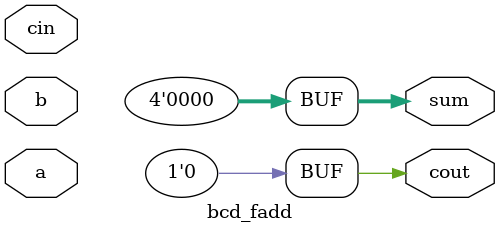
<source format=v>
module top_module(	// file.cleaned.mlir:2:3
  input  [399:0] a,	// file.cleaned.mlir:2:28
                 b,	// file.cleaned.mlir:2:42
  input          cin,	// file.cleaned.mlir:2:56
  output         cout,	// file.cleaned.mlir:2:71
  output [399:0] sum	// file.cleaned.mlir:2:86
);

  wire         _inst_cout;	// file.cleaned.mlir:1365:37
  wire [3:0]   _inst_sum;	// file.cleaned.mlir:1365:37
  wire         _inst_cout_0;	// file.cleaned.mlir:1361:37
  wire [3:0]   _inst_sum_0;	// file.cleaned.mlir:1361:37
  wire         _inst_cout_1;	// file.cleaned.mlir:1357:37
  wire [3:0]   _inst_sum_1;	// file.cleaned.mlir:1357:37
  wire         _inst_cout_2;	// file.cleaned.mlir:1353:37
  wire [3:0]   _inst_sum_2;	// file.cleaned.mlir:1353:37
  wire         _inst_cout_3;	// file.cleaned.mlir:1349:37
  wire [3:0]   _inst_sum_3;	// file.cleaned.mlir:1349:37
  wire         _inst_cout_4;	// file.cleaned.mlir:1345:37
  wire [3:0]   _inst_sum_4;	// file.cleaned.mlir:1345:37
  wire         _inst_cout_5;	// file.cleaned.mlir:1341:37
  wire [3:0]   _inst_sum_5;	// file.cleaned.mlir:1341:37
  wire         _inst_cout_6;	// file.cleaned.mlir:1337:37
  wire [3:0]   _inst_sum_6;	// file.cleaned.mlir:1337:37
  wire         _inst_cout_7;	// file.cleaned.mlir:1333:37
  wire [3:0]   _inst_sum_7;	// file.cleaned.mlir:1333:37
  wire         _inst_cout_8;	// file.cleaned.mlir:1329:37
  wire [3:0]   _inst_sum_8;	// file.cleaned.mlir:1329:37
  wire         _inst_cout_9;	// file.cleaned.mlir:1325:37
  wire [3:0]   _inst_sum_9;	// file.cleaned.mlir:1325:37
  wire         _inst_cout_10;	// file.cleaned.mlir:1321:37
  wire [3:0]   _inst_sum_10;	// file.cleaned.mlir:1321:37
  wire         _inst_cout_11;	// file.cleaned.mlir:1317:37
  wire [3:0]   _inst_sum_11;	// file.cleaned.mlir:1317:37
  wire         _inst_cout_12;	// file.cleaned.mlir:1313:37
  wire [3:0]   _inst_sum_12;	// file.cleaned.mlir:1313:37
  wire         _inst_cout_13;	// file.cleaned.mlir:1309:37
  wire [3:0]   _inst_sum_13;	// file.cleaned.mlir:1309:37
  wire         _inst_cout_14;	// file.cleaned.mlir:1305:37
  wire [3:0]   _inst_sum_14;	// file.cleaned.mlir:1305:37
  wire         _inst_cout_15;	// file.cleaned.mlir:1301:37
  wire [3:0]   _inst_sum_15;	// file.cleaned.mlir:1301:37
  wire         _inst_cout_16;	// file.cleaned.mlir:1297:37
  wire [3:0]   _inst_sum_16;	// file.cleaned.mlir:1297:37
  wire         _inst_cout_17;	// file.cleaned.mlir:1293:37
  wire [3:0]   _inst_sum_17;	// file.cleaned.mlir:1293:37
  wire         _inst_cout_18;	// file.cleaned.mlir:1289:37
  wire [3:0]   _inst_sum_18;	// file.cleaned.mlir:1289:37
  wire         _inst_cout_19;	// file.cleaned.mlir:1285:37
  wire [3:0]   _inst_sum_19;	// file.cleaned.mlir:1285:37
  wire         _inst_cout_20;	// file.cleaned.mlir:1281:37
  wire [3:0]   _inst_sum_20;	// file.cleaned.mlir:1281:37
  wire         _inst_cout_21;	// file.cleaned.mlir:1277:37
  wire [3:0]   _inst_sum_21;	// file.cleaned.mlir:1277:37
  wire         _inst_cout_22;	// file.cleaned.mlir:1273:37
  wire [3:0]   _inst_sum_22;	// file.cleaned.mlir:1273:37
  wire         _inst_cout_23;	// file.cleaned.mlir:1269:37
  wire [3:0]   _inst_sum_23;	// file.cleaned.mlir:1269:37
  wire         _inst_cout_24;	// file.cleaned.mlir:1265:37
  wire [3:0]   _inst_sum_24;	// file.cleaned.mlir:1265:37
  wire         _inst_cout_25;	// file.cleaned.mlir:1261:37
  wire [3:0]   _inst_sum_25;	// file.cleaned.mlir:1261:37
  wire         _inst_cout_26;	// file.cleaned.mlir:1257:37
  wire [3:0]   _inst_sum_26;	// file.cleaned.mlir:1257:37
  wire         _inst_cout_27;	// file.cleaned.mlir:1253:37
  wire [3:0]   _inst_sum_27;	// file.cleaned.mlir:1253:37
  wire         _inst_cout_28;	// file.cleaned.mlir:1249:37
  wire [3:0]   _inst_sum_28;	// file.cleaned.mlir:1249:37
  wire         _inst_cout_29;	// file.cleaned.mlir:1245:37
  wire [3:0]   _inst_sum_29;	// file.cleaned.mlir:1245:37
  wire         _inst_cout_30;	// file.cleaned.mlir:1241:37
  wire [3:0]   _inst_sum_30;	// file.cleaned.mlir:1241:37
  wire         _inst_cout_31;	// file.cleaned.mlir:1237:37
  wire [3:0]   _inst_sum_31;	// file.cleaned.mlir:1237:37
  wire         _inst_cout_32;	// file.cleaned.mlir:1233:37
  wire [3:0]   _inst_sum_32;	// file.cleaned.mlir:1233:37
  wire         _inst_cout_33;	// file.cleaned.mlir:1229:37
  wire [3:0]   _inst_sum_33;	// file.cleaned.mlir:1229:37
  wire         _inst_cout_34;	// file.cleaned.mlir:1225:37
  wire [3:0]   _inst_sum_34;	// file.cleaned.mlir:1225:37
  wire         _inst_cout_35;	// file.cleaned.mlir:1221:37
  wire [3:0]   _inst_sum_35;	// file.cleaned.mlir:1221:37
  wire         _inst_cout_36;	// file.cleaned.mlir:1217:37
  wire [3:0]   _inst_sum_36;	// file.cleaned.mlir:1217:37
  wire         _inst_cout_37;	// file.cleaned.mlir:1213:37
  wire [3:0]   _inst_sum_37;	// file.cleaned.mlir:1213:37
  wire         _inst_cout_38;	// file.cleaned.mlir:1209:37
  wire [3:0]   _inst_sum_38;	// file.cleaned.mlir:1209:37
  wire         _inst_cout_39;	// file.cleaned.mlir:1205:37
  wire [3:0]   _inst_sum_39;	// file.cleaned.mlir:1205:37
  wire         _inst_cout_40;	// file.cleaned.mlir:1201:37
  wire [3:0]   _inst_sum_40;	// file.cleaned.mlir:1201:37
  wire         _inst_cout_41;	// file.cleaned.mlir:1197:37
  wire [3:0]   _inst_sum_41;	// file.cleaned.mlir:1197:37
  wire         _inst_cout_42;	// file.cleaned.mlir:1193:37
  wire [3:0]   _inst_sum_42;	// file.cleaned.mlir:1193:37
  wire         _inst_cout_43;	// file.cleaned.mlir:1189:37
  wire [3:0]   _inst_sum_43;	// file.cleaned.mlir:1189:37
  wire         _inst_cout_44;	// file.cleaned.mlir:1185:37
  wire [3:0]   _inst_sum_44;	// file.cleaned.mlir:1185:37
  wire         _inst_cout_45;	// file.cleaned.mlir:1181:37
  wire [3:0]   _inst_sum_45;	// file.cleaned.mlir:1181:37
  wire         _inst_cout_46;	// file.cleaned.mlir:1177:37
  wire [3:0]   _inst_sum_46;	// file.cleaned.mlir:1177:37
  wire         _inst_cout_47;	// file.cleaned.mlir:1173:35
  wire [3:0]   _inst_sum_47;	// file.cleaned.mlir:1173:35
  wire         _inst_cout_48;	// file.cleaned.mlir:1169:35
  wire [3:0]   _inst_sum_48;	// file.cleaned.mlir:1169:35
  wire         _inst_cout_49;	// file.cleaned.mlir:1165:35
  wire [3:0]   _inst_sum_49;	// file.cleaned.mlir:1165:35
  wire         _inst_cout_50;	// file.cleaned.mlir:1161:35
  wire [3:0]   _inst_sum_50;	// file.cleaned.mlir:1161:35
  wire         _inst_cout_51;	// file.cleaned.mlir:1157:35
  wire [3:0]   _inst_sum_51;	// file.cleaned.mlir:1157:35
  wire         _inst_cout_52;	// file.cleaned.mlir:1153:35
  wire [3:0]   _inst_sum_52;	// file.cleaned.mlir:1153:35
  wire         _inst_cout_53;	// file.cleaned.mlir:1149:35
  wire [3:0]   _inst_sum_53;	// file.cleaned.mlir:1149:35
  wire         _inst_cout_54;	// file.cleaned.mlir:1145:35
  wire [3:0]   _inst_sum_54;	// file.cleaned.mlir:1145:35
  wire         _inst_cout_55;	// file.cleaned.mlir:1141:35
  wire [3:0]   _inst_sum_55;	// file.cleaned.mlir:1141:35
  wire         _inst_cout_56;	// file.cleaned.mlir:1137:35
  wire [3:0]   _inst_sum_56;	// file.cleaned.mlir:1137:35
  wire         _inst_cout_57;	// file.cleaned.mlir:1133:35
  wire [3:0]   _inst_sum_57;	// file.cleaned.mlir:1133:35
  wire         _inst_cout_58;	// file.cleaned.mlir:1129:35
  wire [3:0]   _inst_sum_58;	// file.cleaned.mlir:1129:35
  wire         _inst_cout_59;	// file.cleaned.mlir:1125:35
  wire [3:0]   _inst_sum_59;	// file.cleaned.mlir:1125:35
  wire         _inst_cout_60;	// file.cleaned.mlir:1121:35
  wire [3:0]   _inst_sum_60;	// file.cleaned.mlir:1121:35
  wire         _inst_cout_61;	// file.cleaned.mlir:1117:35
  wire [3:0]   _inst_sum_61;	// file.cleaned.mlir:1117:35
  wire         _inst_cout_62;	// file.cleaned.mlir:1113:35
  wire [3:0]   _inst_sum_62;	// file.cleaned.mlir:1113:35
  wire         _inst_cout_63;	// file.cleaned.mlir:1109:35
  wire [3:0]   _inst_sum_63;	// file.cleaned.mlir:1109:35
  wire         _inst_cout_64;	// file.cleaned.mlir:1105:35
  wire [3:0]   _inst_sum_64;	// file.cleaned.mlir:1105:35
  wire         _inst_cout_65;	// file.cleaned.mlir:1101:35
  wire [3:0]   _inst_sum_65;	// file.cleaned.mlir:1101:35
  wire         _inst_cout_66;	// file.cleaned.mlir:1097:35
  wire [3:0]   _inst_sum_66;	// file.cleaned.mlir:1097:35
  wire         _inst_cout_67;	// file.cleaned.mlir:1093:35
  wire [3:0]   _inst_sum_67;	// file.cleaned.mlir:1093:35
  wire         _inst_cout_68;	// file.cleaned.mlir:1089:35
  wire [3:0]   _inst_sum_68;	// file.cleaned.mlir:1089:35
  wire         _inst_cout_69;	// file.cleaned.mlir:1085:35
  wire [3:0]   _inst_sum_69;	// file.cleaned.mlir:1085:35
  wire         _inst_cout_70;	// file.cleaned.mlir:1081:35
  wire [3:0]   _inst_sum_70;	// file.cleaned.mlir:1081:35
  wire         _inst_cout_71;	// file.cleaned.mlir:1077:35
  wire [3:0]   _inst_sum_71;	// file.cleaned.mlir:1077:35
  wire         _inst_cout_72;	// file.cleaned.mlir:1073:35
  wire [3:0]   _inst_sum_72;	// file.cleaned.mlir:1073:35
  wire         _inst_cout_73;	// file.cleaned.mlir:1069:35
  wire [3:0]   _inst_sum_73;	// file.cleaned.mlir:1069:35
  wire         _inst_cout_74;	// file.cleaned.mlir:1065:35
  wire [3:0]   _inst_sum_74;	// file.cleaned.mlir:1065:35
  wire         _inst_cout_75;	// file.cleaned.mlir:1061:35
  wire [3:0]   _inst_sum_75;	// file.cleaned.mlir:1061:35
  wire         _inst_cout_76;	// file.cleaned.mlir:1057:35
  wire [3:0]   _inst_sum_76;	// file.cleaned.mlir:1057:35
  wire         _inst_cout_77;	// file.cleaned.mlir:1053:35
  wire [3:0]   _inst_sum_77;	// file.cleaned.mlir:1053:35
  wire         _inst_cout_78;	// file.cleaned.mlir:1049:35
  wire [3:0]   _inst_sum_78;	// file.cleaned.mlir:1049:35
  wire         _inst_cout_79;	// file.cleaned.mlir:1045:35
  wire [3:0]   _inst_sum_79;	// file.cleaned.mlir:1045:35
  wire         _inst_cout_80;	// file.cleaned.mlir:1041:35
  wire [3:0]   _inst_sum_80;	// file.cleaned.mlir:1041:35
  wire         _inst_cout_81;	// file.cleaned.mlir:1037:35
  wire [3:0]   _inst_sum_81;	// file.cleaned.mlir:1037:35
  wire         _inst_cout_82;	// file.cleaned.mlir:1033:35
  wire [3:0]   _inst_sum_82;	// file.cleaned.mlir:1033:35
  wire         _inst_cout_83;	// file.cleaned.mlir:1029:35
  wire [3:0]   _inst_sum_83;	// file.cleaned.mlir:1029:35
  wire         _inst_cout_84;	// file.cleaned.mlir:1025:35
  wire [3:0]   _inst_sum_84;	// file.cleaned.mlir:1025:35
  wire         _inst_cout_85;	// file.cleaned.mlir:1021:35
  wire [3:0]   _inst_sum_85;	// file.cleaned.mlir:1021:35
  wire         _inst_cout_86;	// file.cleaned.mlir:1017:35
  wire [3:0]   _inst_sum_86;	// file.cleaned.mlir:1017:35
  wire         _inst_cout_87;	// file.cleaned.mlir:1013:35
  wire [3:0]   _inst_sum_87;	// file.cleaned.mlir:1013:35
  wire         _inst_cout_88;	// file.cleaned.mlir:1009:35
  wire [3:0]   _inst_sum_88;	// file.cleaned.mlir:1009:35
  wire         _inst_cout_89;	// file.cleaned.mlir:1005:35
  wire [3:0]   _inst_sum_89;	// file.cleaned.mlir:1005:35
  wire         _inst_cout_90;	// file.cleaned.mlir:1001:35
  wire [3:0]   _inst_sum_90;	// file.cleaned.mlir:1001:35
  wire         _inst_cout_91;	// file.cleaned.mlir:997:35
  wire [3:0]   _inst_sum_91;	// file.cleaned.mlir:997:35
  wire         _inst_cout_92;	// file.cleaned.mlir:993:33
  wire [3:0]   _inst_sum_92;	// file.cleaned.mlir:993:33
  wire         _inst_cout_93;	// file.cleaned.mlir:989:33
  wire [3:0]   _inst_sum_93;	// file.cleaned.mlir:989:33
  wire         _inst_cout_94;	// file.cleaned.mlir:985:33
  wire [3:0]   _inst_sum_94;	// file.cleaned.mlir:985:33
  wire         _inst_cout_95;	// file.cleaned.mlir:981:33
  wire [3:0]   _inst_sum_95;	// file.cleaned.mlir:981:33
  wire         _inst_cout_96;	// file.cleaned.mlir:977:33
  wire [3:0]   _inst_sum_96;	// file.cleaned.mlir:977:33
  wire         _inst_cout_97;	// file.cleaned.mlir:973:29
  wire [3:0]   _inst_sum_97;	// file.cleaned.mlir:973:29
  wire         _add1_cout;	// file.cleaned.mlir:969:29
  wire [3:0]   _add1_sum;	// file.cleaned.mlir:969:29
  wire [399:0] _GEN =
    {140'h0, _inst_sum_34, 256'h0}
    | ({144'h0, _inst_sum_35, 252'h0}
       | ({148'h0, _inst_sum_36, 248'h0}
          | ({152'h0, _inst_sum_37, 244'h0}
             | ({156'h0, _inst_sum_38, 240'h0}
                | ({160'h0, _inst_sum_39, 236'h0}
                   | ({164'h0, _inst_sum_40, 232'h0}
                      | ({168'h0, _inst_sum_41, 228'h0}
                         | ({172'h0, _inst_sum_42, 224'h0}
                            | ({176'h0, _inst_sum_43, 220'h0}
                               | ({180'h0, _inst_sum_44, 216'h0}
                                  | ({184'h0, _inst_sum_45, 212'h0}
                                     | ({188'h0, _inst_sum_46, 208'h0}
                                        | ({192'h0, _inst_sum_47, 204'h0}
                                           | ({196'h0, _inst_sum_48, 200'h0}
                                              | ({200'h0, _inst_sum_49, 196'h0}
                                                 | ({204'h0, _inst_sum_50, 192'h0}
                                                    | ({208'h0, _inst_sum_51, 188'h0}
                                                       | ({212'h0, _inst_sum_52, 184'h0}
                                                          | ({216'h0,
                                                              _inst_sum_53,
                                                              180'h0}
                                                             | ({220'h0,
                                                                 _inst_sum_54,
                                                                 176'h0}
                                                                | ({224'h0,
                                                                    _inst_sum_55,
                                                                    172'h0}
                                                                   | ({228'h0,
                                                                       _inst_sum_56,
                                                                       168'h0}
                                                                      | ({232'h0,
                                                                          _inst_sum_57,
                                                                          164'h0}
                                                                         | ({236'h0,
                                                                             _inst_sum_58,
                                                                             160'h0}
                                                                            | ({240'h0,
                                                                                _inst_sum_59,
                                                                                156'h0}
                                                                               | ({244'h0,
                                                                                   _inst_sum_60,
                                                                                   152'h0}
                                                                                  | ({248'h0,
                                                                                      _inst_sum_61,
                                                                                      148'h0}
                                                                                     | ({252'h0,
                                                                                         _inst_sum_62,
                                                                                         144'h0}
                                                                                        | ({256'h0,
                                                                                            _inst_sum_63,
                                                                                            140'h0}
                                                                                           | ({260'h0,
                                                                                               _inst_sum_64,
                                                                                               136'h0}
                                                                                              | ({264'h0,
                                                                                                  _inst_sum_65,
                                                                                                  132'h0}
                                                                                                 | ({268'h0,
                                                                                                     _inst_sum_66,
                                                                                                     128'h0}
                                                                                                    | ({272'h0,
                                                                                                        _inst_sum_67,
                                                                                                        124'h0}
                                                                                                       | ({276'h0,
                                                                                                           _inst_sum_68,
                                                                                                           120'h0}
                                                                                                          | ({280'h0,
                                                                                                              _inst_sum_69,
                                                                                                              116'h0}
                                                                                                             | ({284'h0,
                                                                                                                 _inst_sum_70,
                                                                                                                 112'h0}
                                                                                                                | ({288'h0,
                                                                                                                    _inst_sum_71,
                                                                                                                    108'h0}
                                                                                                                   | ({292'h0,
                                                                                                                       _inst_sum_72,
                                                                                                                       104'h0}
                                                                                                                      | ({296'h0,
                                                                                                                          _inst_sum_73,
                                                                                                                          100'h0}
                                                                                                                         | ({300'h0,
                                                                                                                             _inst_sum_74,
                                                                                                                             96'h0}
                                                                                                                            | ({304'h0,
                                                                                                                                _inst_sum_75,
                                                                                                                                92'h0}
                                                                                                                               | ({308'h0,
                                                                                                                                   _inst_sum_76,
                                                                                                                                   88'h0}
                                                                                                                                  | ({312'h0,
                                                                                                                                      _inst_sum_77,
                                                                                                                                      84'h0}
                                                                                                                                     | ({316'h0,
                                                                                                                                         _inst_sum_78,
                                                                                                                                         80'h0}
                                                                                                                                        | ({320'h0,
                                                                                                                                            _inst_sum_79,
                                                                                                                                            76'h0}
                                                                                                                                           | ({324'h0,
                                                                                                                                               _inst_sum_80,
                                                                                                                                               72'h0}
                                                                                                                                              | ({328'h0,
                                                                                                                                                  _inst_sum_81,
                                                                                                                                                  68'h0}
                                                                                                                                                 | ({332'h0,
                                                                                                                                                     _inst_sum_82,
                                                                                                                                                     64'h0}
                                                                                                                                                    | ({336'h0,
                                                                                                                                                        _inst_sum_83,
                                                                                                                                                        60'h0}
                                                                                                                                                       | ({340'h0,
                                                                                                                                                           _inst_sum_84,
                                                                                                                                                           56'h0}
                                                                                                                                                          | ({344'h0,
                                                                                                                                                              _inst_sum_85,
                                                                                                                                                              52'h0}
                                                                                                                                                             | ({348'h0,
                                                                                                                                                                 _inst_sum_86,
                                                                                                                                                                 48'h0}
                                                                                                                                                                | ({352'h0,
                                                                                                                                                                    _inst_sum_87,
                                                                                                                                                                    44'h0}
                                                                                                                                                                   | ({356'h0,
                                                                                                                                                                       _inst_sum_88,
                                                                                                                                                                       40'h0}
                                                                                                                                                                      | ({360'h0,
                                                                                                                                                                          _inst_sum_89,
                                                                                                                                                                          36'h0}
                                                                                                                                                                         | ({364'h0,
                                                                                                                                                                             _inst_sum_90,
                                                                                                                                                                             32'h0}
                                                                                                                                                                            | ({368'h0,
                                                                                                                                                                                _inst_sum_91,
                                                                                                                                                                                28'h0}
                                                                                                                                                                               | ({372'h0,
                                                                                                                                                                                   _inst_sum_92,
                                                                                                                                                                                   24'h0}
                                                                                                                                                                                  | ({376'h0,
                                                                                                                                                                                      _inst_sum_93,
                                                                                                                                                                                      20'h0}
                                                                                                                                                                                     | ({380'h0,
                                                                                                                                                                                         _inst_sum_94,
                                                                                                                                                                                         16'h0}
                                                                                                                                                                                        | ({384'h0,
                                                                                                                                                                                            _inst_sum_95,
                                                                                                                                                                                            12'h0}
                                                                                                                                                                                           | ({388'h0,
                                                                                                                                                                                               _inst_sum_96,
                                                                                                                                                                                               8'h0}
                                                                                                                                                                                              | ({392'h0,
                                                                                                                                                                                                  _inst_sum_97,
                                                                                                                                                                                                  4'h0}
                                                                                                                                                                                                 | {396'h0,
                                                                                                                                                                                                    _add1_sum})
                                                                                                                                                                                              & 400'hFFFFFFFFFFFFFFFFFFFFFFFFFFFFFFFFFFFFFFFFFFFFFFFFFFFFFFFFFFFFFFFFFFFFFFFFFFFFFFFFFFFFFFFFFFFFFFFFF0FF)
                                                                                                                                                                                           & 400'hFFFFFFFFFFFFFFFFFFFFFFFFFFFFFFFFFFFFFFFFFFFFFFFFFFFFFFFFFFFFFFFFFFFFFFFFFFFFFFFFFFFFFFFFFFFFFFFF0FFF)
                                                                                                                                                                                        & 400'hFFFFFFFFFFFFFFFFFFFFFFFFFFFFFFFFFFFFFFFFFFFFFFFFFFFFFFFFFFFFFFFFFFFFFFFFFFFFFFFFFFFFFFFFFFFFFFF0FFFF)
                                                                                                                                                                                     & 400'hFFFFFFFFFFFFFFFFFFFFFFFFFFFFFFFFFFFFFFFFFFFFFFFFFFFFFFFFFFFFFFFFFFFFFFFFFFFFFFFFFFFFFFFFFFFFFF0FFFFF)
                                                                                                                                                                                  & 400'hFFFFFFFFFFFFFFFFFFFFFFFFFFFFFFFFFFFFFFFFFFFFFFFFFFFFFFFFFFFFFFFFFFFFFFFFFFFFFFFFFFFFFFFFFFFFF0FFFFFF)
                                                                                                                                                                               & 400'hFFFFFFFFFFFFFFFFFFFFFFFFFFFFFFFFFFFFFFFFFFFFFFFFFFFFFFFFFFFFFFFFFFFFFFFFFFFFFFFFFFFFFFFFFFFF0FFFFFFF)
                                                                                                                                                                            & 400'hFFFFFFFFFFFFFFFFFFFFFFFFFFFFFFFFFFFFFFFFFFFFFFFFFFFFFFFFFFFFFFFFFFFFFFFFFFFFFFFFFFFFFFFFFFF0FFFFFFFF)
                                                                                                                                                                         & 400'hFFFFFFFFFFFFFFFFFFFFFFFFFFFFFFFFFFFFFFFFFFFFFFFFFFFFFFFFFFFFFFFFFFFFFFFFFFFFFFFFFFFFFFFFFF0FFFFFFFFF)
                                                                                                                                                                      & 400'hFFFFFFFFFFFFFFFFFFFFFFFFFFFFFFFFFFFFFFFFFFFFFFFFFFFFFFFFFFFFFFFFFFFFFFFFFFFFFFFFFFFFFFFFF0FFFFFFFFFF)
                                                                                                                                                                   & 400'hFFFFFFFFFFFFFFFFFFFFFFFFFFFFFFFFFFFFFFFFFFFFFFFFFFFFFFFFFFFFFFFFFFFFFFFFFFFFFFFFFFFFFFFF0FFFFFFFFFFF)
                                                                                                                                                                & 400'hFFFFFFFFFFFFFFFFFFFFFFFFFFFFFFFFFFFFFFFFFFFFFFFFFFFFFFFFFFFFFFFFFFFFFFFFFFFFFFFFFFFFFFF0FFFFFFFFFFFF)
                                                                                                                                                             & 400'hFFFFFFFFFFFFFFFFFFFFFFFFFFFFFFFFFFFFFFFFFFFFFFFFFFFFFFFFFFFFFFFFFFFFFFFFFFFFFFFFFFFFFF0FFFFFFFFFFFFF)
                                                                                                                                                          & 400'hFFFFFFFFFFFFFFFFFFFFFFFFFFFFFFFFFFFFFFFFFFFFFFFFFFFFFFFFFFFFFFFFFFFFFFFFFFFFFFFFFFFFF0FFFFFFFFFFFFFF)
                                                                                                                                                       & 400'hFFFFFFFFFFFFFFFFFFFFFFFFFFFFFFFFFFFFFFFFFFFFFFFFFFFFFFFFFFFFFFFFFFFFFFFFFFFFFFFFFFFF0FFFFFFFFFFFFFFF)
                                                                                                                                                    & 400'hFFFFFFFFFFFFFFFFFFFFFFFFFFFFFFFFFFFFFFFFFFFFFFFFFFFFFFFFFFFFFFFFFFFFFFFFFFFFFFFFFFF0FFFFFFFFFFFFFFFF)
                                                                                                                                                 & 400'hFFFFFFFFFFFFFFFFFFFFFFFFFFFFFFFFFFFFFFFFFFFFFFFFFFFFFFFFFFFFFFFFFFFFFFFFFFFFFFFFFF0FFFFFFFFFFFFFFFFF)
                                                                                                                                              & 400'hFFFFFFFFFFFFFFFFFFFFFFFFFFFFFFFFFFFFFFFFFFFFFFFFFFFFFFFFFFFFFFFFFFFFFFFFFFFFFFFFF0FFFFFFFFFFFFFFFFFF)
                                                                                                                                           & 400'hFFFFFFFFFFFFFFFFFFFFFFFFFFFFFFFFFFFFFFFFFFFFFFFFFFFFFFFFFFFFFFFFFFFFFFFFFFFFFFFF0FFFFFFFFFFFFFFFFFFF)
                                                                                                                                        & 400'hFFFFFFFFFFFFFFFFFFFFFFFFFFFFFFFFFFFFFFFFFFFFFFFFFFFFFFFFFFFFFFFFFFFFFFFFFFFFFFF0FFFFFFFFFFFFFFFFFFFF)
                                                                                                                                     & 400'hFFFFFFFFFFFFFFFFFFFFFFFFFFFFFFFFFFFFFFFFFFFFFFFFFFFFFFFFFFFFFFFFFFFFFFFFFFFFFF0FFFFFFFFFFFFFFFFFFFFF)
                                                                                                                                  & 400'hFFFFFFFFFFFFFFFFFFFFFFFFFFFFFFFFFFFFFFFFFFFFFFFFFFFFFFFFFFFFFFFFFFFFFFFFFFFFF0FFFFFFFFFFFFFFFFFFFFFF)
                                                                                                                               & 400'hFFFFFFFFFFFFFFFFFFFFFFFFFFFFFFFFFFFFFFFFFFFFFFFFFFFFFFFFFFFFFFFFFFFFFFFFFFFF0FFFFFFFFFFFFFFFFFFFFFFF)
                                                                                                                            & 400'hFFFFFFFFFFFFFFFFFFFFFFFFFFFFFFFFFFFFFFFFFFFFFFFFFFFFFFFFFFFFFFFFFFFFFFFFFFF0FFFFFFFFFFFFFFFFFFFFFFFF)
                                                                                                                         & 400'hFFFFFFFFFFFFFFFFFFFFFFFFFFFFFFFFFFFFFFFFFFFFFFFFFFFFFFFFFFFFFFFFFFFFFFFFFF0FFFFFFFFFFFFFFFFFFFFFFFFF)
                                                                                                                      & 400'hFFFFFFFFFFFFFFFFFFFFFFFFFFFFFFFFFFFFFFFFFFFFFFFFFFFFFFFFFFFFFFFFFFFFFFFFF0FFFFFFFFFFFFFFFFFFFFFFFFFF)
                                                                                                                   & 400'hFFFFFFFFFFFFFFFFFFFFFFFFFFFFFFFFFFFFFFFFFFFFFFFFFFFFFFFFFFFFFFFFFFFFFFFF0FFFFFFFFFFFFFFFFFFFFFFFFFFF)
                                                                                                                & 400'hFFFFFFFFFFFFFFFFFFFFFFFFFFFFFFFFFFFFFFFFFFFFFFFFFFFFFFFFFFFFFFFFFFFFFFF0FFFFFFFFFFFFFFFFFFFFFFFFFFFF)
                                                                                                             & 400'hFFFFFFFFFFFFFFFFFFFFFFFFFFFFFFFFFFFFFFFFFFFFFFFFFFFFFFFFFFFFFFFFFFFFFF0FFFFFFFFFFFFFFFFFFFFFFFFFFFFF)
                                                                                                          & 400'hFFFFFFFFFFFFFFFFFFFFFFFFFFFFFFFFFFFFFFFFFFFFFFFFFFFFFFFFFFFFFFFFFFFFF0FFFFFFFFFFFFFFFFFFFFFFFFFFFFFF)
                                                                                                       & 400'hFFFFFFFFFFFFFFFFFFFFFFFFFFFFFFFFFFFFFFFFFFFFFFFFFFFFFFFFFFFFFFFFFFFF0FFFFFFFFFFFFFFFFFFFFFFFFFFFFFFF)
                                                                                                    & 400'hFFFFFFFFFFFFFFFFFFFFFFFFFFFFFFFFFFFFFFFFFFFFFFFFFFFFFFFFFFFFFFFFFFF0FFFFFFFFFFFFFFFFFFFFFFFFFFFFFFFF)
                                                                                                 & 400'hFFFFFFFFFFFFFFFFFFFFFFFFFFFFFFFFFFFFFFFFFFFFFFFFFFFFFFFFFFFFFFFFFF0FFFFFFFFFFFFFFFFFFFFFFFFFFFFFFFFF)
                                                                                              & 400'hFFFFFFFFFFFFFFFFFFFFFFFFFFFFFFFFFFFFFFFFFFFFFFFFFFFFFFFFFFFFFFFFF0FFFFFFFFFFFFFFFFFFFFFFFFFFFFFFFFFF)
                                                                                           & 400'hFFFFFFFFFFFFFFFFFFFFFFFFFFFFFFFFFFFFFFFFFFFFFFFFFFFFFFFFFFFFFFFF0FFFFFFFFFFFFFFFFFFFFFFFFFFFFFFFFFFF)
                                                                                        & 400'hFFFFFFFFFFFFFFFFFFFFFFFFFFFFFFFFFFFFFFFFFFFFFFFFFFFFFFFFFFFFFFF0FFFFFFFFFFFFFFFFFFFFFFFFFFFFFFFFFFFF)
                                                                                     & 400'hFFFFFFFFFFFFFFFFFFFFFFFFFFFFFFFFFFFFFFFFFFFFFFFFFFFFFFFFFFFFFF0FFFFFFFFFFFFFFFFFFFFFFFFFFFFFFFFFFFFF)
                                                                                  & 400'hFFFFFFFFFFFFFFFFFFFFFFFFFFFFFFFFFFFFFFFFFFFFFFFFFFFFFFFFFFFFF0FFFFFFFFFFFFFFFFFFFFFFFFFFFFFFFFFFFFFF)
                                                                               & 400'hFFFFFFFFFFFFFFFFFFFFFFFFFFFFFFFFFFFFFFFFFFFFFFFFFFFFFFFFFFFF0FFFFFFFFFFFFFFFFFFFFFFFFFFFFFFFFFFFFFFF)
                                                                            & 400'hFFFFFFFFFFFFFFFFFFFFFFFFFFFFFFFFFFFFFFFFFFFFFFFFFFFFFFFFFFF0FFFFFFFFFFFFFFFFFFFFFFFFFFFFFFFFFFFFFFFF)
                                                                         & 400'hFFFFFFFFFFFFFFFFFFFFFFFFFFFFFFFFFFFFFFFFFFFFFFFFFFFFFFFFFF0FFFFFFFFFFFFFFFFFFFFFFFFFFFFFFFFFFFFFFFFF)
                                                                      & 400'hFFFFFFFFFFFFFFFFFFFFFFFFFFFFFFFFFFFFFFFFFFFFFFFFFFFFFFFFF0FFFFFFFFFFFFFFFFFFFFFFFFFFFFFFFFFFFFFFFFFF)
                                                                   & 400'hFFFFFFFFFFFFFFFFFFFFFFFFFFFFFFFFFFFFFFFFFFFFFFFFFFFFFFFF0FFFFFFFFFFFFFFFFFFFFFFFFFFFFFFFFFFFFFFFFFFF)
                                                                & 400'hFFFFFFFFFFFFFFFFFFFFFFFFFFFFFFFFFFFFFFFFFFFFFFFFFFFFFFF0FFFFFFFFFFFFFFFFFFFFFFFFFFFFFFFFFFFFFFFFFFFF)
                                                             & 400'hFFFFFFFFFFFFFFFFFFFFFFFFFFFFFFFFFFFFFFFFFFFFFFFFFFFFFF0FFFFFFFFFFFFFFFFFFFFFFFFFFFFFFFFFFFFFFFFFFFFF)
                                                          & 400'hFFFFFFFFFFFFFFFFFFFFFFFFFFFFFFFFFFFFFFFFFFFFFFFFFFFFF0FFFFFFFFFFFFFFFFFFFFFFFFFFFFFFFFFFFFFFFFFFFFFF)
                                                       & 400'hFFFFFFFFFFFFFFFFFFFFFFFFFFFFFFFFFFFFFFFFFFFFFFFFFFFF0FFFFFFFFFFFFFFFFFFFFFFFFFFFFFFFFFFFFFFFFFFFFFFF)
                                                    & 400'hFFFFFFFFFFFFFFFFFFFFFFFFFFFFFFFFFFFFFFFFFFFFFFFFFFF0FFFFFFFFFFFFFFFFFFFFFFFFFFFFFFFFFFFFFFFFFFFFFFFF)
                                                 & 400'hFFFFFFFFFFFFFFFFFFFFFFFFFFFFFFFFFFFFFFFFFFFFFFFFFF0FFFFFFFFFFFFFFFFFFFFFFFFFFFFFFFFFFFFFFFFFFFFFFFFF)
                                              & 400'hFFFFFFFFFFFFFFFFFFFFFFFFFFFFFFFFFFFFFFFFFFFFFFFFF0FFFFFFFFFFFFFFFFFFFFFFFFFFFFFFFFFFFFFFFFFFFFFFFFFF)
                                           & 400'hFFFFFFFFFFFFFFFFFFFFFFFFFFFFFFFFFFFFFFFFFFFFFFFF0FFFFFFFFFFFFFFFFFFFFFFFFFFFFFFFFFFFFFFFFFFFFFFFFFFF)
                                        & 400'hFFFFFFFFFFFFFFFFFFFFFFFFFFFFFFFFFFFFFFFFFFFFFFF0FFFFFFFFFFFFFFFFFFFFFFFFFFFFFFFFFFFFFFFFFFFFFFFFFFFF)
                                     & 400'hFFFFFFFFFFFFFFFFFFFFFFFFFFFFFFFFFFFFFFFFFFFFFF0FFFFFFFFFFFFFFFFFFFFFFFFFFFFFFFFFFFFFFFFFFFFFFFFFFFFF)
                                  & 400'hFFFFFFFFFFFFFFFFFFFFFFFFFFFFFFFFFFFFFFFFFFFFF0FFFFFFFFFFFFFFFFFFFFFFFFFFFFFFFFFFFFFFFFFFFFFFFFFFFFFF)
                               & 400'hFFFFFFFFFFFFFFFFFFFFFFFFFFFFFFFFFFFFFFFFFFFF0FFFFFFFFFFFFFFFFFFFFFFFFFFFFFFFFFFFFFFFFFFFFFFFFFFFFFFF)
                            & 400'hFFFFFFFFFFFFFFFFFFFFFFFFFFFFFFFFFFFFFFFFFFF0FFFFFFFFFFFFFFFFFFFFFFFFFFFFFFFFFFFFFFFFFFFFFFFFFFFFFFFF)
                         & 400'hFFFFFFFFFFFFFFFFFFFFFFFFFFFFFFFFFFFFFFFFFF0FFFFFFFFFFFFFFFFFFFFFFFFFFFFFFFFFFFFFFFFFFFFFFFFFFFFFFFFF)
                      & 400'hFFFFFFFFFFFFFFFFFFFFFFFFFFFFFFFFFFFFFFFFF0FFFFFFFFFFFFFFFFFFFFFFFFFFFFFFFFFFFFFFFFFFFFFFFFFFFFFFFFFF)
                   & 400'hFFFFFFFFFFFFFFFFFFFFFFFFFFFFFFFFFFFFFFFF0FFFFFFFFFFFFFFFFFFFFFFFFFFFFFFFFFFFFFFFFFFFFFFFFFFFFFFFFFFF)
                & 400'hFFFFFFFFFFFFFFFFFFFFFFFFFFFFFFFFFFFFFFF0FFFFFFFFFFFFFFFFFFFFFFFFFFFFFFFFFFFFFFFFFFFFFFFFFFFFFFFFFFFF)
             & 400'hFFFFFFFFFFFFFFFFFFFFFFFFFFFFFFFFFFFFFF0FFFFFFFFFFFFFFFFFFFFFFFFFFFFFFFFFFFFFFFFFFFFFFFFFFFFFFFFFFFFF)
          & 400'hFFFFFFFFFFFFFFFFFFFFFFFFFFFFFFFFFFFFF0FFFFFFFFFFFFFFFFFFFFFFFFFFFFFFFFFFFFFFFFFFFFFFFFFFFFFFFFFFFFFF)
       & 400'hFFFFFFFFFFFFFFFFFFFFFFFFFFFFFFFFFFFF0FFFFFFFFFFFFFFFFFFFFFFFFFFFFFFFFFFFFFFFFFFFFFFFFFFFFFFFFFFFFFFF)
    & 400'hFFFFFFFFFFFFFFFFFFFFFFFFFFFFFFFFFFF0FFFFFFFFFFFFFFFFFFFFFFFFFFFFFFFFFFFFFFFFFFFFFFFFFFFFFFFFFFFFFFFF;	// file.cleaned.mlir:78:16, :79:16, :80:16, :81:16, :82:16, :83:16, :84:16, :85:16, :86:16, :87:16, :88:16, :89:16, :90:16, :91:16, :92:16, :93:16, :94:16, :95:16, :96:16, :97:16, :98:16, :99:16, :100:16, :101:16, :102:16, :103:16, :104:16, :105:16, :106:16, :107:16, :108:16, :109:16, :110:16, :111:16, :112:16, :113:16, :114:16, :115:16, :116:16, :117:16, :118:16, :119:16, :120:16, :121:16, :122:16, :123:16, :124:16, :125:16, :126:16, :127:16, :128:16, :129:15, :130:16, :131:15, :132:16, :133:15, :134:16, :135:15, :136:16, :137:15, :138:16, :139:15, :140:16, :141:15, :142:16, :143:15, :144:16, :145:15, :146:16, :147:15, :148:16, :149:15, :150:16, :151:15, :152:16, :153:15, :154:16, :155:15, :156:16, :157:15, :158:16, :159:15, :160:16, :161:15, :162:16, :163:15, :164:16, :165:15, :166:16, :167:15, :168:16, :169:15, :170:16, :171:15, :172:16, :173:14, :174:16, :175:14, :309:95, :310:94, :311:92, :312:91, :313:90, :314:89, :315:88, :316:86, :317:85, :318:84, :319:83, :320:81, :321:80, :322:79, :323:78, :324:77, :325:75, :326:74, :327:73, :328:72, :329:71, :330:69, :331:68, :332:67, :333:66, :334:65, :335:63, :336:62, :337:61, :338:60, :339:59, :340:57, :341:56, :342:55, :343:54, :344:53, :345:51, :346:50, :347:49, :348:48, :349:47, :350:45, :351:44, :352:43, :353:42, :354:41, :355:39, :356:38, :357:37, :358:36, :359:35, :360:33, :361:32, :362:31, :363:30, :364:29, :365:27, :366:26, :367:25, :368:24, :369:22, :370:21, :371:20, :372:16, :373:10, :374:10, :375:10, :376:10, :377:10, :378:10, :379:10, :380:10, :381:10, :382:10, :383:11, :384:11, :385:11, :386:11, :387:11, :388:11, :389:11, :390:11, :391:11, :392:11, :393:11, :394:11, :395:11, :396:11, :397:11, :398:11, :399:11, :400:11, :401:11, :402:11, :403:11, :404:11, :405:11, :406:11, :407:11, :408:11, :409:11, :410:11, :411:11, :412:11, :413:11, :414:11, :415:11, :416:11, :417:11, :418:11, :419:11, :420:11, :421:11, :422:11, :423:11, :424:11, :425:11, :426:11, :427:11, :428:11, :429:11, :430:11, :431:11, :432:11, :433:11, :434:11, :435:11, :436:11, :437:11, :438:11, :439:11, :440:11, :441:11, :442:11, :443:11, :444:11, :445:11, :446:11, :447:11, :448:11, :449:11, :450:11, :451:11, :452:11, :453:11, :454:11, :455:11, :456:11, :457:11, :458:11, :459:11, :460:11, :461:11, :462:11, :463:11, :464:11, :465:11, :466:11, :467:11, :468:11, :469:11, :470:11, :471:11, :472:11, :473:12, :474:12, :475:12, :476:12, :477:12, :478:12, :479:12, :480:12, :481:12, :482:12, :483:12, :484:12, :485:12, :486:12, :487:12, :488:12, :489:12, :490:12, :491:12, :492:12, :493:12, :494:12, :495:12, :496:12, :497:12, :498:12, :499:12, :500:12, :501:12, :502:12, :503:12, :504:12, :505:12, :506:12, :507:12, :508:12, :509:12, :510:12, :511:12, :512:12, :513:12, :514:12, :515:12, :516:12, :517:12, :518:12, :519:12, :520:12, :521:12, :522:12, :523:12, :524:12, :525:12, :526:12, :527:12, :528:12, :529:12, :530:12, :531:12, :532:12, :533:12, :534:12, :535:12, :536:12, :537:12, :538:12, :539:12, :540:12, :541:12, :542:12, :543:12, :544:12, :545:12, :546:12, :547:12, :548:12, :549:12, :550:12, :551:12, :552:12, :553:12, :554:12, :555:12, :556:12, :557:12, :558:12, :559:12, :560:12, :561:12, :562:12, :563:12, :564:12, :969:29, :973:29, :977:33, :981:33, :985:33, :989:33, :993:33, :997:35, :1001:35, :1005:35, :1009:35, :1013:35, :1017:35, :1021:35, :1025:35, :1029:35, :1033:35, :1037:35, :1041:35, :1045:35, :1049:35, :1053:35, :1057:35, :1061:35, :1065:35, :1069:35, :1073:35, :1077:35, :1081:35, :1085:35, :1089:35, :1093:35, :1097:35, :1101:35, :1105:35, :1109:35, :1113:35, :1117:35, :1121:35, :1125:35, :1129:35, :1133:35, :1137:35, :1141:35, :1145:35, :1149:35, :1153:35, :1157:35, :1161:35, :1165:35, :1169:35, :1173:35, :1177:37, :1181:37, :1185:37, :1189:37, :1193:37, :1197:37, :1201:37, :1205:37, :1209:37, :1213:37, :1217:37, :1221:37, :1225:37
  wire [99:0]  _GEN_0 =
    {35'h0, _inst_cout_34, 64'h0}
    | ({36'h0, _inst_cout_35, 63'h0}
       | ({37'h0, _inst_cout_36, 62'h0}
          | ({38'h0, _inst_cout_37, 61'h0}
             | ({39'h0, _inst_cout_38, 60'h0}
                | ({40'h0, _inst_cout_39, 59'h0}
                   | ({41'h0, _inst_cout_40, 58'h0}
                      | ({42'h0, _inst_cout_41, 57'h0}
                         | ({43'h0, _inst_cout_42, 56'h0}
                            | ({44'h0, _inst_cout_43, 55'h0}
                               | ({45'h0, _inst_cout_44, 54'h0}
                                  | ({46'h0, _inst_cout_45, 53'h0}
                                     | ({47'h0, _inst_cout_46, 52'h0}
                                        | ({48'h0, _inst_cout_47, 51'h0}
                                           | ({49'h0, _inst_cout_48, 50'h0}
                                              | ({50'h0, _inst_cout_49, 49'h0}
                                                 | ({51'h0, _inst_cout_50, 48'h0}
                                                    | ({52'h0, _inst_cout_51, 47'h0}
                                                       | ({53'h0, _inst_cout_52, 46'h0}
                                                          | ({54'h0, _inst_cout_53, 45'h0}
                                                             | ({55'h0,
                                                                 _inst_cout_54,
                                                                 44'h0}
                                                                | ({56'h0,
                                                                    _inst_cout_55,
                                                                    43'h0}
                                                                   | ({57'h0,
                                                                       _inst_cout_56,
                                                                       42'h0}
                                                                      | ({58'h0,
                                                                          _inst_cout_57,
                                                                          41'h0}
                                                                         | ({59'h0,
                                                                             _inst_cout_58,
                                                                             40'h0}
                                                                            | ({60'h0,
                                                                                _inst_cout_59,
                                                                                39'h0}
                                                                               | ({61'h0,
                                                                                   _inst_cout_60,
                                                                                   38'h0}
                                                                                  | ({62'h0,
                                                                                      _inst_cout_61,
                                                                                      37'h0}
                                                                                     | ({63'h0,
                                                                                         _inst_cout_62,
                                                                                         36'h0}
                                                                                        | ({64'h0,
                                                                                            _inst_cout_63,
                                                                                            35'h0}
                                                                                           | ({65'h0,
                                                                                               _inst_cout_64,
                                                                                               34'h0}
                                                                                              | ({66'h0,
                                                                                                  _inst_cout_65,
                                                                                                  33'h0}
                                                                                                 | ({67'h0,
                                                                                                     _inst_cout_66,
                                                                                                     32'h0}
                                                                                                    | ({68'h0,
                                                                                                        _inst_cout_67,
                                                                                                        31'h0}
                                                                                                       | ({69'h0,
                                                                                                           _inst_cout_68,
                                                                                                           30'h0}
                                                                                                          | ({70'h0,
                                                                                                              _inst_cout_69,
                                                                                                              29'h0}
                                                                                                             | ({71'h0,
                                                                                                                 _inst_cout_70,
                                                                                                                 28'h0}
                                                                                                                | ({72'h0,
                                                                                                                    _inst_cout_71,
                                                                                                                    27'h0}
                                                                                                                   | ({73'h0,
                                                                                                                       _inst_cout_72,
                                                                                                                       26'h0}
                                                                                                                      | ({74'h0,
                                                                                                                          _inst_cout_73,
                                                                                                                          25'h0}
                                                                                                                         | ({75'h0,
                                                                                                                             _inst_cout_74,
                                                                                                                             24'h0}
                                                                                                                            | ({76'h0,
                                                                                                                                _inst_cout_75,
                                                                                                                                23'h0}
                                                                                                                               | ({77'h0,
                                                                                                                                   _inst_cout_76,
                                                                                                                                   22'h0}
                                                                                                                                  | ({78'h0,
                                                                                                                                      _inst_cout_77,
                                                                                                                                      21'h0}
                                                                                                                                     | ({79'h0,
                                                                                                                                         _inst_cout_78,
                                                                                                                                         20'h0}
                                                                                                                                        | ({80'h0,
                                                                                                                                            _inst_cout_79,
                                                                                                                                            19'h0}
                                                                                                                                           | ({81'h0,
                                                                                                                                               _inst_cout_80,
                                                                                                                                               18'h0}
                                                                                                                                              | ({82'h0,
                                                                                                                                                  _inst_cout_81,
                                                                                                                                                  17'h0}
                                                                                                                                                 | ({83'h0,
                                                                                                                                                     _inst_cout_82,
                                                                                                                                                     16'h0}
                                                                                                                                                    | ({84'h0,
                                                                                                                                                        _inst_cout_83,
                                                                                                                                                        15'h0}
                                                                                                                                                       | ({85'h0,
                                                                                                                                                           _inst_cout_84,
                                                                                                                                                           14'h0}
                                                                                                                                                          | ({86'h0,
                                                                                                                                                              _inst_cout_85,
                                                                                                                                                              13'h0}
                                                                                                                                                             | ({87'h0,
                                                                                                                                                                 _inst_cout_86,
                                                                                                                                                                 12'h0}
                                                                                                                                                                | ({88'h0,
                                                                                                                                                                    _inst_cout_87,
                                                                                                                                                                    11'h0}
                                                                                                                                                                   | ({89'h0,
                                                                                                                                                                       _inst_cout_88,
                                                                                                                                                                       10'h0}
                                                                                                                                                                      | ({90'h0,
                                                                                                                                                                          _inst_cout_89,
                                                                                                                                                                          9'h0}
                                                                                                                                                                         | ({91'h0,
                                                                                                                                                                             _inst_cout_90,
                                                                                                                                                                             8'h0}
                                                                                                                                                                            | ({92'h0,
                                                                                                                                                                                _inst_cout_91,
                                                                                                                                                                                7'h0}
                                                                                                                                                                               | ({93'h0,
                                                                                                                                                                                   _inst_cout_92,
                                                                                                                                                                                   6'h0}
                                                                                                                                                                                  | ({94'h0,
                                                                                                                                                                                      _inst_cout_93,
                                                                                                                                                                                      5'h0}
                                                                                                                                                                                     | ({95'h0,
                                                                                                                                                                                         _inst_cout_94,
                                                                                                                                                                                         4'h0}
                                                                                                                                                                                        | ({96'h0,
                                                                                                                                                                                            _inst_cout_95,
                                                                                                                                                                                            3'h0}
                                                                                                                                                                                           | ({97'h0,
                                                                                                                                                                                               _inst_cout_96,
                                                                                                                                                                                               2'h0}
                                                                                                                                                                                              | ({98'h0,
                                                                                                                                                                                                  _inst_cout_97,
                                                                                                                                                                                                  1'h0}
                                                                                                                                                                                                 | {99'h0,
                                                                                                                                                                                                    _add1_cout})
                                                                                                                                                                                              & 100'hFFFFFFFFFFFFFFFFFFFFFFFFB)
                                                                                                                                                                                           & 100'hFFFFFFFFFFFFFFFFFFFFFFFF7)
                                                                                                                                                                                        & 100'hFFFFFFFFFFFFFFFFFFFFFFFEF)
                                                                                                                                                                                     & 100'hFFFFFFFFFFFFFFFFFFFFFFFDF)
                                                                                                                                                                                  & 100'hFFFFFFFFFFFFFFFFFFFFFFFBF)
                                                                                                                                                                               & 100'hFFFFFFFFFFFFFFFFFFFFFFF7F)
                                                                                                                                                                            & 100'hFFFFFFFFFFFFFFFFFFFFFFEFF)
                                                                                                                                                                         & 100'hFFFFFFFFFFFFFFFFFFFFFFDFF)
                                                                                                                                                                      & 100'hFFFFFFFFFFFFFFFFFFFFFFBFF)
                                                                                                                                                                   & 100'hFFFFFFFFFFFFFFFFFFFFFF7FF)
                                                                                                                                                                & 100'hFFFFFFFFFFFFFFFFFFFFFEFFF)
                                                                                                                                                             & 100'hFFFFFFFFFFFFFFFFFFFFFDFFF)
                                                                                                                                                          & 100'hFFFFFFFFFFFFFFFFFFFFFBFFF)
                                                                                                                                                       & 100'hFFFFFFFFFFFFFFFFFFFFF7FFF)
                                                                                                                                                    & 100'hFFFFFFFFFFFFFFFFFFFFEFFFF)
                                                                                                                                                 & 100'hFFFFFFFFFFFFFFFFFFFFDFFFF)
                                                                                                                                              & 100'hFFFFFFFFFFFFFFFFFFFFBFFFF)
                                                                                                                                           & 100'hFFFFFFFFFFFFFFFFFFFF7FFFF)
                                                                                                                                        & 100'hFFFFFFFFFFFFFFFFFFFEFFFFF)
                                                                                                                                     & 100'hFFFFFFFFFFFFFFFFFFFDFFFFF)
                                                                                                                                  & 100'hFFFFFFFFFFFFFFFFFFFBFFFFF)
                                                                                                                               & 100'hFFFFFFFFFFFFFFFFFFF7FFFFF)
                                                                                                                            & 100'hFFFFFFFFFFFFFFFFFFEFFFFFF)
                                                                                                                         & 100'hFFFFFFFFFFFFFFFFFFDFFFFFF)
                                                                                                                      & 100'hFFFFFFFFFFFFFFFFFFBFFFFFF)
                                                                                                                   & 100'hFFFFFFFFFFFFFFFFFF7FFFFFF)
                                                                                                                & 100'hFFFFFFFFFFFFFFFFFEFFFFFFF)
                                                                                                             & 100'hFFFFFFFFFFFFFFFFFDFFFFFFF)
                                                                                                          & 100'hFFFFFFFFFFFFFFFFFBFFFFFFF)
                                                                                                       & 100'hFFFFFFFFFFFFFFFFF7FFFFFFF)
                                                                                                    & 100'hFFFFFFFFFFFFFFFFEFFFFFFFF)
                                                                                                 & 100'hFFFFFFFFFFFFFFFFDFFFFFFFF)
                                                                                              & 100'hFFFFFFFFFFFFFFFFBFFFFFFFF)
                                                                                           & 100'hFFFFFFFFFFFFFFFF7FFFFFFFF)
                                                                                        & 100'hFFFFFFFFFFFFFFFEFFFFFFFFF)
                                                                                     & 100'hFFFFFFFFFFFFFFFDFFFFFFFFF)
                                                                                  & 100'hFFFFFFFFFFFFFFFBFFFFFFFFF)
                                                                               & 100'hFFFFFFFFFFFFFFF7FFFFFFFFF)
                                                                            & 100'hFFFFFFFFFFFFFFEFFFFFFFFFF)
                                                                         & 100'hFFFFFFFFFFFFFFDFFFFFFFFFF)
                                                                      & 100'hFFFFFFFFFFFFFFBFFFFFFFFFF)
                                                                   & 100'hFFFFFFFFFFFFFF7FFFFFFFFFF)
                                                                & 100'hFFFFFFFFFFFFFEFFFFFFFFFFF)
                                                             & 100'hFFFFFFFFFFFFFDFFFFFFFFFFF)
                                                          & 100'hFFFFFFFFFFFFFBFFFFFFFFFFF)
                                                       & 100'hFFFFFFFFFFFFF7FFFFFFFFFFF)
                                                    & 100'hFFFFFFFFFFFFEFFFFFFFFFFFF)
                                                 & 100'hFFFFFFFFFFFFDFFFFFFFFFFFF)
                                              & 100'hFFFFFFFFFFFFBFFFFFFFFFFFF)
                                           & 100'hFFFFFFFFFFFF7FFFFFFFFFFFF)
                                        & 100'hFFFFFFFFFFFEFFFFFFFFFFFFF)
                                     & 100'hFFFFFFFFFFFDFFFFFFFFFFFFF)
                                  & 100'hFFFFFFFFFFFBFFFFFFFFFFFFF)
                               & 100'hFFFFFFFFFFF7FFFFFFFFFFFFF)
                            & 100'hFFFFFFFFFFEFFFFFFFFFFFFFF)
                         & 100'hFFFFFFFFFFDFFFFFFFFFFFFFF)
                      & 100'hFFFFFFFFFFBFFFFFFFFFFFFFF) & 100'hFFFFFFFFFF7FFFFFFFFFFFFFF)
                & 100'hFFFFFFFFFEFFFFFFFFFFFFFFF) & 100'hFFFFFFFFFDFFFFFFFFFFFFFFF)
          & 100'hFFFFFFFFFBFFFFFFFFFFFFFFF) & 100'hFFFFFFFFF7FFFFFFFFFFFFFFF)
    & 100'hFFFFFFFFEFFFFFFFFFFFFFFFF;	// file.cleaned.mlir:3:15, :4:15, :5:15, :6:15, :7:15, :8:15, :9:15, :10:15, :11:15, :12:15, :13:15, :14:15, :15:15, :16:15, :17:15, :18:15, :19:15, :20:15, :21:15, :22:15, :23:15, :24:15, :25:15, :26:15, :27:15, :28:15, :29:15, :30:15, :31:15, :32:15, :33:15, :34:15, :35:15, :36:15, :37:15, :38:15, :39:15, :40:15, :41:15, :42:15, :43:15, :44:15, :45:15, :46:15, :47:15, :48:15, :49:15, :50:15, :51:15, :52:15, :53:15, :54:15, :55:15, :56:15, :57:15, :58:15, :59:15, :60:15, :61:15, :62:15, :63:15, :64:14, :65:15, :66:14, :67:15, :68:14, :69:15, :70:14, :71:15, :72:14, :73:15, :74:14, :75:15, :76:14, :77:15, :129:15, :131:15, :133:15, :135:15, :137:15, :139:15, :141:15, :143:15, :145:15, :147:15, :149:15, :151:15, :153:15, :155:15, :157:15, :159:15, :161:15, :163:15, :165:15, :167:15, :169:15, :171:15, :173:14, :175:14, :211:36, :212:35, :213:35, :214:35, :215:35, :216:34, :217:34, :218:34, :219:33, :220:33, :221:33, :222:32, :223:32, :224:32, :225:32, :226:31, :227:31, :228:31, :229:30, :230:30, :231:30, :232:29, :233:29, :234:29, :235:29, :236:28, :237:28, :238:28, :239:27, :240:27, :241:27, :242:26, :243:26, :244:26, :245:26, :246:25, :247:25, :248:25, :249:24, :250:24, :251:24, :252:23, :253:23, :254:23, :255:23, :256:22, :257:22, :258:22, :259:21, :260:21, :261:21, :262:20, :263:20, :264:20, :265:20, :266:19, :267:19, :268:19, :269:18, :270:18, :271:18, :272:17, :273:17, :670:12, :671:12, :672:12, :673:12, :674:12, :675:12, :676:12, :677:12, :678:12, :679:12, :680:12, :681:12, :682:12, :683:12, :684:12, :685:12, :686:12, :687:12, :688:12, :689:12, :690:12, :691:12, :692:12, :693:12, :694:12, :695:12, :696:12, :697:12, :698:12, :699:12, :700:12, :701:12, :702:12, :703:12, :704:12, :705:12, :706:12, :707:12, :708:12, :709:12, :710:12, :711:12, :712:12, :713:12, :714:12, :715:12, :716:12, :717:12, :718:12, :719:12, :720:12, :721:12, :722:12, :723:12, :724:12, :725:12, :726:12, :727:12, :728:12, :729:12, :730:12, :731:12, :732:12, :733:12, :734:12, :735:12, :736:12, :737:12, :738:12, :739:12, :740:12, :741:12, :742:12, :743:12, :744:12, :745:12, :746:12, :747:12, :748:12, :749:12, :750:12, :751:12, :752:12, :753:12, :754:12, :755:12, :756:12, :757:12, :758:12, :759:12, :760:12, :761:12, :762:12, :763:12, :764:12, :765:12, :766:12, :767:12, :768:12, :769:12, :770:12, :771:12, :772:12, :773:12, :774:12, :775:12, :776:12, :777:12, :778:12, :779:12, :780:12, :781:12, :782:12, :783:12, :784:12, :785:12, :786:12, :787:12, :788:12, :789:12, :790:12, :791:12, :792:12, :793:12, :794:12, :795:12, :796:12, :797:12, :798:12, :799:12, :800:12, :801:12, :802:12, :803:12, :804:12, :805:12, :806:12, :807:12, :808:12, :809:12, :810:12, :811:12, :812:12, :813:12, :814:12, :815:12, :816:12, :817:12, :818:12, :819:12, :820:12, :821:12, :822:12, :823:12, :824:12, :825:12, :826:12, :827:12, :828:12, :829:12, :830:12, :831:12, :832:12, :833:12, :834:12, :835:12, :836:12, :837:12, :838:12, :839:12, :840:12, :841:12, :842:12, :843:12, :844:12, :845:12, :846:12, :847:12, :848:12, :849:12, :850:12, :851:12, :852:12, :853:12, :854:12, :855:12, :856:12, :857:12, :858:12, :859:12, :860:12, :861:12, :969:29, :973:29, :977:33, :981:33, :985:33, :989:33, :993:33, :997:35, :1001:35, :1005:35, :1009:35, :1013:35, :1017:35, :1021:35, :1025:35, :1029:35, :1033:35, :1037:35, :1041:35, :1045:35, :1049:35, :1053:35, :1057:35, :1061:35, :1065:35, :1069:35, :1073:35, :1077:35, :1081:35, :1085:35, :1089:35, :1093:35, :1097:35, :1101:35, :1105:35, :1109:35, :1113:35, :1117:35, :1121:35, :1125:35, :1129:35, :1133:35, :1137:35, :1141:35, :1145:35, :1149:35, :1153:35, :1157:35, :1161:35, :1165:35, :1169:35, :1173:35, :1177:37, :1181:37, :1185:37, :1189:37, :1193:37, :1197:37, :1201:37, :1205:37, :1209:37, :1213:37, :1217:37, :1221:37, :1225:37
  wire [99:0]  _GEN_1 =
    {_inst_cout, 99'h0}
    | ({1'h0, _inst_cout_0, 98'h0}
       | ({2'h0, _inst_cout_1, 97'h0}
          | ({3'h0, _inst_cout_2, 96'h0}
             | ({4'h0, _inst_cout_3, 95'h0}
                | ({5'h0, _inst_cout_4, 94'h0}
                   | ({6'h0, _inst_cout_5, 93'h0}
                      | ({7'h0, _inst_cout_6, 92'h0}
                         | ({8'h0, _inst_cout_7, 91'h0}
                            | ({9'h0, _inst_cout_8, 90'h0}
                               | ({10'h0, _inst_cout_9, 89'h0}
                                  | ({11'h0, _inst_cout_10, 88'h0}
                                     | ({12'h0, _inst_cout_11, 87'h0}
                                        | ({13'h0, _inst_cout_12, 86'h0}
                                           | ({14'h0, _inst_cout_13, 85'h0}
                                              | ({15'h0, _inst_cout_14, 84'h0}
                                                 | ({16'h0, _inst_cout_15, 83'h0}
                                                    | ({17'h0, _inst_cout_16, 82'h0}
                                                       | ({18'h0, _inst_cout_17, 81'h0}
                                                          | ({19'h0, _inst_cout_18, 80'h0}
                                                             | ({20'h0,
                                                                 _inst_cout_19,
                                                                 79'h0}
                                                                | ({21'h0,
                                                                    _inst_cout_20,
                                                                    78'h0}
                                                                   | ({22'h0,
                                                                       _inst_cout_21,
                                                                       77'h0}
                                                                      | ({23'h0,
                                                                          _inst_cout_22,
                                                                          76'h0}
                                                                         | ({24'h0,
                                                                             _inst_cout_23,
                                                                             75'h0}
                                                                            | ({25'h0,
                                                                                _inst_cout_24,
                                                                                74'h0}
                                                                               | ({26'h0,
                                                                                   _inst_cout_25,
                                                                                   73'h0}
                                                                                  | ({27'h0,
                                                                                      _inst_cout_26,
                                                                                      72'h0}
                                                                                     | ({28'h0,
                                                                                         _inst_cout_27,
                                                                                         71'h0}
                                                                                        | ({29'h0,
                                                                                            _inst_cout_28,
                                                                                            70'h0}
                                                                                           | ({30'h0,
                                                                                               _inst_cout_29,
                                                                                               69'h0}
                                                                                              | ({31'h0,
                                                                                                  _inst_cout_30,
                                                                                                  68'h0}
                                                                                                 | ({32'h0,
                                                                                                     _inst_cout_31,
                                                                                                     67'h0}
                                                                                                    | ({33'h0,
                                                                                                        _inst_cout_32,
                                                                                                        66'h0}
                                                                                                       | ({34'h0,
                                                                                                           _inst_cout_33,
                                                                                                           65'h0}
                                                                                                          | _GEN_0
                                                                                                          & 100'hFFFFFFFFDFFFFFFFFFFFFFFFF)
                                                                                                       & 100'hFFFFFFFFBFFFFFFFFFFFFFFFF)
                                                                                                    & 100'hFFFFFFFF7FFFFFFFFFFFFFFFF)
                                                                                                 & 100'hFFFFFFFEFFFFFFFFFFFFFFFFF)
                                                                                              & 100'hFFFFFFFDFFFFFFFFFFFFFFFFF)
                                                                                           & 100'hFFFFFFFBFFFFFFFFFFFFFFFFF)
                                                                                        & 100'hFFFFFFF7FFFFFFFFFFFFFFFFF)
                                                                                     & 100'hFFFFFFEFFFFFFFFFFFFFFFFFF)
                                                                                  & 100'hFFFFFFDFFFFFFFFFFFFFFFFFF)
                                                                               & 100'hFFFFFFBFFFFFFFFFFFFFFFFFF)
                                                                            & 100'hFFFFFF7FFFFFFFFFFFFFFFFFF)
                                                                         & 100'hFFFFFEFFFFFFFFFFFFFFFFFFF)
                                                                      & 100'hFFFFFDFFFFFFFFFFFFFFFFFFF)
                                                                   & 100'hFFFFFBFFFFFFFFFFFFFFFFFFF)
                                                                & 100'hFFFFF7FFFFFFFFFFFFFFFFFFF)
                                                             & 100'hFFFFEFFFFFFFFFFFFFFFFFFFF)
                                                          & 100'hFFFFDFFFFFFFFFFFFFFFFFFFF)
                                                       & 100'hFFFFBFFFFFFFFFFFFFFFFFFFF)
                                                    & 100'hFFFF7FFFFFFFFFFFFFFFFFFFF)
                                                 & 100'hFFFEFFFFFFFFFFFFFFFFFFFFF)
                                              & 100'hFFFDFFFFFFFFFFFFFFFFFFFFF)
                                           & 100'hFFFBFFFFFFFFFFFFFFFFFFFFF)
                                        & 100'hFFF7FFFFFFFFFFFFFFFFFFFFF)
                                     & 100'hFFEFFFFFFFFFFFFFFFFFFFFFF)
                                  & 100'hFFDFFFFFFFFFFFFFFFFFFFFFF)
                               & 100'hFFBFFFFFFFFFFFFFFFFFFFFFF)
                            & 100'hFF7FFFFFFFFFFFFFFFFFFFFFF)
                         & 100'hFEFFFFFFFFFFFFFFFFFFFFFFF)
                      & 100'hFDFFFFFFFFFFFFFFFFFFFFFFF) & 100'hFBFFFFFFFFFFFFFFFFFFFFFFF)
                & 100'hF7FFFFFFFFFFFFFFFFFFFFFFF) & 100'hEFFFFFFFFFFFFFFFFFFFFFFFF)
          & 100'hDFFFFFFFFFFFFFFFFFFFFFFFF) & 100'hBFFFFFFFFFFFFFFFFFFFFFFFF)
    & 100'h7FFFFFFFFFFFFFFFFFFFFFFFF;	// file.cleaned.mlir:25:15, :26:15, :27:15, :28:15, :29:15, :30:15, :31:15, :32:15, :33:15, :34:15, :35:15, :36:15, :37:15, :38:15, :39:15, :40:15, :41:15, :42:15, :43:15, :44:15, :45:15, :46:15, :47:15, :48:15, :49:15, :50:15, :51:15, :52:15, :53:15, :54:15, :55:15, :56:15, :57:15, :58:15, :59:15, :60:15, :61:15, :62:15, :63:15, :64:14, :65:15, :66:14, :67:15, :68:14, :69:15, :70:14, :71:15, :72:14, :73:15, :74:14, :75:15, :76:14, :77:15, :129:15, :131:15, :133:15, :135:15, :137:15, :139:15, :141:15, :143:15, :161:15, :163:15, :165:15, :167:15, :169:15, :171:15, :173:14, :175:14, :176:45, :177:46, :178:46, :179:45, :180:45, :181:45, :182:44, :183:44, :184:44, :185:44, :186:43, :187:43, :188:43, :189:42, :190:42, :191:42, :192:41, :193:41, :194:41, :195:41, :196:40, :197:40, :198:40, :199:39, :200:39, :201:39, :202:38, :203:38, :204:38, :205:38, :206:37, :207:37, :208:37, :209:36, :210:36, :861:12, :862:12, :863:12, :864:12, :865:12, :866:12, :867:12, :868:12, :869:12, :870:12, :871:12, :872:12, :873:12, :874:12, :875:12, :876:12, :877:12, :878:12, :879:12, :880:12, :881:12, :882:12, :883:12, :884:12, :885:12, :886:12, :887:12, :888:12, :889:12, :890:12, :891:12, :892:12, :893:12, :894:12, :895:12, :896:12, :897:12, :898:12, :899:12, :900:12, :901:12, :902:12, :903:12, :904:12, :905:12, :906:12, :907:12, :908:12, :909:12, :910:12, :911:12, :912:12, :913:12, :914:12, :915:12, :916:12, :917:12, :918:12, :919:12, :920:12, :921:12, :922:12, :923:12, :924:12, :925:12, :926:12, :927:12, :928:12, :929:12, :930:12, :931:12, :932:12, :933:12, :934:12, :935:12, :936:12, :937:12, :938:12, :939:12, :940:12, :941:12, :942:12, :943:12, :944:12, :945:12, :946:12, :947:12, :948:12, :949:12, :950:12, :951:12, :952:12, :953:12, :954:12, :955:12, :956:12, :957:12, :958:12, :959:12, :960:12, :961:12, :962:12, :963:12, :964:12, :965:12, :966:12, :1229:37, :1233:37, :1237:37, :1241:37, :1245:37, :1249:37, :1253:37, :1257:37, :1261:37, :1265:37, :1269:37, :1273:37, :1277:37, :1281:37, :1285:37, :1289:37, :1293:37, :1297:37, :1301:37, :1305:37, :1309:37, :1313:37, :1317:37, :1321:37, :1325:37, :1329:37, :1333:37, :1337:37, :1341:37, :1345:37, :1349:37, :1353:37, :1357:37, :1361:37, :1365:37
  bcd_fadd add1 (	// file.cleaned.mlir:969:29
    .a    (a[3:0]),	// file.cleaned.mlir:967:12
    .b    (b[3:0]),	// file.cleaned.mlir:968:12
    .cin  (cin),
    .cout (_add1_cout),
    .sum  (_add1_sum)
  );	// file.cleaned.mlir:969:29
  bcd_fadd inst (	// file.cleaned.mlir:973:29
    .a    (a[7:4]),	// file.cleaned.mlir:970:12
    .b    (b[7:4]),	// file.cleaned.mlir:971:12
    .cin  (_GEN_1[0]),	// file.cleaned.mlir:966:12, :972:12
    .cout (_inst_cout_97),
    .sum  (_inst_sum_97)
  );	// file.cleaned.mlir:973:29
  bcd_fadd inst_0 (	// file.cleaned.mlir:977:33
    .a    (a[11:8]),	// file.cleaned.mlir:974:12
    .b    (b[11:8]),	// file.cleaned.mlir:975:12
    .cin  (_GEN_1[1]),	// file.cleaned.mlir:966:12, :976:12
    .cout (_inst_cout_96),
    .sum  (_inst_sum_96)
  );	// file.cleaned.mlir:977:33
  bcd_fadd inst_1 (	// file.cleaned.mlir:981:33
    .a    (a[15:12]),	// file.cleaned.mlir:978:12
    .b    (b[15:12]),	// file.cleaned.mlir:979:12
    .cin  (_GEN_1[2]),	// file.cleaned.mlir:966:12, :980:12
    .cout (_inst_cout_95),
    .sum  (_inst_sum_95)
  );	// file.cleaned.mlir:981:33
  bcd_fadd inst_2 (	// file.cleaned.mlir:985:33
    .a    (a[19:16]),	// file.cleaned.mlir:982:12
    .b    (b[19:16]),	// file.cleaned.mlir:983:12
    .cin  (_GEN_1[3]),	// file.cleaned.mlir:966:12, :984:12
    .cout (_inst_cout_94),
    .sum  (_inst_sum_94)
  );	// file.cleaned.mlir:985:33
  bcd_fadd inst_3 (	// file.cleaned.mlir:989:33
    .a    (a[23:20]),	// file.cleaned.mlir:986:12
    .b    (b[23:20]),	// file.cleaned.mlir:987:12
    .cin  (_GEN_1[4]),	// file.cleaned.mlir:966:12, :988:12
    .cout (_inst_cout_93),
    .sum  (_inst_sum_93)
  );	// file.cleaned.mlir:989:33
  bcd_fadd inst_4 (	// file.cleaned.mlir:993:33
    .a    (a[27:24]),	// file.cleaned.mlir:990:12
    .b    (b[27:24]),	// file.cleaned.mlir:991:12
    .cin  (_GEN_1[5]),	// file.cleaned.mlir:966:12, :992:12
    .cout (_inst_cout_92),
    .sum  (_inst_sum_92)
  );	// file.cleaned.mlir:993:33
  bcd_fadd inst_5 (	// file.cleaned.mlir:997:35
    .a    (a[31:28]),	// file.cleaned.mlir:994:12
    .b    (b[31:28]),	// file.cleaned.mlir:995:12
    .cin  (_GEN_1[6]),	// file.cleaned.mlir:966:12, :996:12
    .cout (_inst_cout_91),
    .sum  (_inst_sum_91)
  );	// file.cleaned.mlir:997:35
  bcd_fadd inst_6 (	// file.cleaned.mlir:1001:35
    .a    (a[35:32]),	// file.cleaned.mlir:998:12
    .b    (b[35:32]),	// file.cleaned.mlir:999:12
    .cin  (_GEN_1[7]),	// file.cleaned.mlir:966:12, :1000:12
    .cout (_inst_cout_90),
    .sum  (_inst_sum_90)
  );	// file.cleaned.mlir:1001:35
  bcd_fadd inst_7 (	// file.cleaned.mlir:1005:35
    .a    (a[39:36]),	// file.cleaned.mlir:1002:12
    .b    (b[39:36]),	// file.cleaned.mlir:1003:12
    .cin  (_GEN_1[8]),	// file.cleaned.mlir:966:12, :1004:12
    .cout (_inst_cout_89),
    .sum  (_inst_sum_89)
  );	// file.cleaned.mlir:1005:35
  bcd_fadd inst_8 (	// file.cleaned.mlir:1009:35
    .a    (a[43:40]),	// file.cleaned.mlir:1006:12
    .b    (b[43:40]),	// file.cleaned.mlir:1007:12
    .cin  (_GEN_1[9]),	// file.cleaned.mlir:966:12, :1008:12
    .cout (_inst_cout_88),
    .sum  (_inst_sum_88)
  );	// file.cleaned.mlir:1009:35
  bcd_fadd inst_9 (	// file.cleaned.mlir:1013:35
    .a    (a[47:44]),	// file.cleaned.mlir:1010:12
    .b    (b[47:44]),	// file.cleaned.mlir:1011:12
    .cin  (_GEN_1[10]),	// file.cleaned.mlir:966:12, :1012:12
    .cout (_inst_cout_87),
    .sum  (_inst_sum_87)
  );	// file.cleaned.mlir:1013:35
  bcd_fadd inst_10 (	// file.cleaned.mlir:1017:35
    .a    (a[51:48]),	// file.cleaned.mlir:1014:12
    .b    (b[51:48]),	// file.cleaned.mlir:1015:12
    .cin  (_GEN_1[11]),	// file.cleaned.mlir:966:12, :1016:12
    .cout (_inst_cout_86),
    .sum  (_inst_sum_86)
  );	// file.cleaned.mlir:1017:35
  bcd_fadd inst_11 (	// file.cleaned.mlir:1021:35
    .a    (a[55:52]),	// file.cleaned.mlir:1018:12
    .b    (b[55:52]),	// file.cleaned.mlir:1019:12
    .cin  (_GEN_1[12]),	// file.cleaned.mlir:966:12, :1020:12
    .cout (_inst_cout_85),
    .sum  (_inst_sum_85)
  );	// file.cleaned.mlir:1021:35
  bcd_fadd inst_12 (	// file.cleaned.mlir:1025:35
    .a    (a[59:56]),	// file.cleaned.mlir:1022:12
    .b    (b[59:56]),	// file.cleaned.mlir:1023:12
    .cin  (_GEN_1[13]),	// file.cleaned.mlir:966:12, :1024:12
    .cout (_inst_cout_84),
    .sum  (_inst_sum_84)
  );	// file.cleaned.mlir:1025:35
  bcd_fadd inst_13 (	// file.cleaned.mlir:1029:35
    .a    (a[63:60]),	// file.cleaned.mlir:1026:12
    .b    (b[63:60]),	// file.cleaned.mlir:1027:12
    .cin  (_GEN_1[14]),	// file.cleaned.mlir:966:12, :1028:12
    .cout (_inst_cout_83),
    .sum  (_inst_sum_83)
  );	// file.cleaned.mlir:1029:35
  bcd_fadd inst_14 (	// file.cleaned.mlir:1033:35
    .a    (a[67:64]),	// file.cleaned.mlir:1030:12
    .b    (b[67:64]),	// file.cleaned.mlir:1031:12
    .cin  (_GEN_1[15]),	// file.cleaned.mlir:966:12, :1032:12
    .cout (_inst_cout_82),
    .sum  (_inst_sum_82)
  );	// file.cleaned.mlir:1033:35
  bcd_fadd inst_15 (	// file.cleaned.mlir:1037:35
    .a    (a[71:68]),	// file.cleaned.mlir:1034:12
    .b    (b[71:68]),	// file.cleaned.mlir:1035:12
    .cin  (_GEN_1[16]),	// file.cleaned.mlir:966:12, :1036:12
    .cout (_inst_cout_81),
    .sum  (_inst_sum_81)
  );	// file.cleaned.mlir:1037:35
  bcd_fadd inst_16 (	// file.cleaned.mlir:1041:35
    .a    (a[75:72]),	// file.cleaned.mlir:1038:12
    .b    (b[75:72]),	// file.cleaned.mlir:1039:12
    .cin  (_GEN_1[17]),	// file.cleaned.mlir:966:12, :1040:12
    .cout (_inst_cout_80),
    .sum  (_inst_sum_80)
  );	// file.cleaned.mlir:1041:35
  bcd_fadd inst_17 (	// file.cleaned.mlir:1045:35
    .a    (a[79:76]),	// file.cleaned.mlir:1042:12
    .b    (b[79:76]),	// file.cleaned.mlir:1043:12
    .cin  (_GEN_1[18]),	// file.cleaned.mlir:966:12, :1044:12
    .cout (_inst_cout_79),
    .sum  (_inst_sum_79)
  );	// file.cleaned.mlir:1045:35
  bcd_fadd inst_18 (	// file.cleaned.mlir:1049:35
    .a    (a[83:80]),	// file.cleaned.mlir:1046:12
    .b    (b[83:80]),	// file.cleaned.mlir:1047:12
    .cin  (_GEN_1[19]),	// file.cleaned.mlir:966:12, :1048:12
    .cout (_inst_cout_78),
    .sum  (_inst_sum_78)
  );	// file.cleaned.mlir:1049:35
  bcd_fadd inst_19 (	// file.cleaned.mlir:1053:35
    .a    (a[87:84]),	// file.cleaned.mlir:1050:12
    .b    (b[87:84]),	// file.cleaned.mlir:1051:12
    .cin  (_GEN_1[20]),	// file.cleaned.mlir:966:12, :1052:12
    .cout (_inst_cout_77),
    .sum  (_inst_sum_77)
  );	// file.cleaned.mlir:1053:35
  bcd_fadd inst_20 (	// file.cleaned.mlir:1057:35
    .a    (a[91:88]),	// file.cleaned.mlir:1054:12
    .b    (b[91:88]),	// file.cleaned.mlir:1055:12
    .cin  (_GEN_1[21]),	// file.cleaned.mlir:966:12, :1056:12
    .cout (_inst_cout_76),
    .sum  (_inst_sum_76)
  );	// file.cleaned.mlir:1057:35
  bcd_fadd inst_21 (	// file.cleaned.mlir:1061:35
    .a    (a[95:92]),	// file.cleaned.mlir:1058:12
    .b    (b[95:92]),	// file.cleaned.mlir:1059:12
    .cin  (_GEN_1[22]),	// file.cleaned.mlir:966:12, :1060:12
    .cout (_inst_cout_75),
    .sum  (_inst_sum_75)
  );	// file.cleaned.mlir:1061:35
  bcd_fadd inst_22 (	// file.cleaned.mlir:1065:35
    .a    (a[99:96]),	// file.cleaned.mlir:1062:12
    .b    (b[99:96]),	// file.cleaned.mlir:1063:12
    .cin  (_GEN_1[23]),	// file.cleaned.mlir:966:12, :1064:12
    .cout (_inst_cout_74),
    .sum  (_inst_sum_74)
  );	// file.cleaned.mlir:1065:35
  bcd_fadd inst_23 (	// file.cleaned.mlir:1069:35
    .a    (a[103:100]),	// file.cleaned.mlir:1066:12
    .b    (b[103:100]),	// file.cleaned.mlir:1067:12
    .cin  (_GEN_1[24]),	// file.cleaned.mlir:966:12, :1068:12
    .cout (_inst_cout_73),
    .sum  (_inst_sum_73)
  );	// file.cleaned.mlir:1069:35
  bcd_fadd inst_24 (	// file.cleaned.mlir:1073:35
    .a    (a[107:104]),	// file.cleaned.mlir:1070:12
    .b    (b[107:104]),	// file.cleaned.mlir:1071:12
    .cin  (_GEN_1[25]),	// file.cleaned.mlir:966:12, :1072:12
    .cout (_inst_cout_72),
    .sum  (_inst_sum_72)
  );	// file.cleaned.mlir:1073:35
  bcd_fadd inst_25 (	// file.cleaned.mlir:1077:35
    .a    (a[111:108]),	// file.cleaned.mlir:1074:12
    .b    (b[111:108]),	// file.cleaned.mlir:1075:12
    .cin  (_GEN_1[26]),	// file.cleaned.mlir:966:12, :1076:12
    .cout (_inst_cout_71),
    .sum  (_inst_sum_71)
  );	// file.cleaned.mlir:1077:35
  bcd_fadd inst_26 (	// file.cleaned.mlir:1081:35
    .a    (a[115:112]),	// file.cleaned.mlir:1078:12
    .b    (b[115:112]),	// file.cleaned.mlir:1079:12
    .cin  (_GEN_1[27]),	// file.cleaned.mlir:966:12, :1080:12
    .cout (_inst_cout_70),
    .sum  (_inst_sum_70)
  );	// file.cleaned.mlir:1081:35
  bcd_fadd inst_27 (	// file.cleaned.mlir:1085:35
    .a    (a[119:116]),	// file.cleaned.mlir:1082:12
    .b    (b[119:116]),	// file.cleaned.mlir:1083:12
    .cin  (_GEN_1[28]),	// file.cleaned.mlir:966:12, :1084:12
    .cout (_inst_cout_69),
    .sum  (_inst_sum_69)
  );	// file.cleaned.mlir:1085:35
  bcd_fadd inst_28 (	// file.cleaned.mlir:1089:35
    .a    (a[123:120]),	// file.cleaned.mlir:1086:12
    .b    (b[123:120]),	// file.cleaned.mlir:1087:12
    .cin  (_GEN_1[29]),	// file.cleaned.mlir:966:12, :1088:12
    .cout (_inst_cout_68),
    .sum  (_inst_sum_68)
  );	// file.cleaned.mlir:1089:35
  bcd_fadd inst_29 (	// file.cleaned.mlir:1093:35
    .a    (a[127:124]),	// file.cleaned.mlir:1090:12
    .b    (b[127:124]),	// file.cleaned.mlir:1091:12
    .cin  (_GEN_1[30]),	// file.cleaned.mlir:966:12, :1092:12
    .cout (_inst_cout_67),
    .sum  (_inst_sum_67)
  );	// file.cleaned.mlir:1093:35
  bcd_fadd inst_30 (	// file.cleaned.mlir:1097:35
    .a    (a[131:128]),	// file.cleaned.mlir:1094:12
    .b    (b[131:128]),	// file.cleaned.mlir:1095:12
    .cin  (_GEN_1[31]),	// file.cleaned.mlir:966:12, :1096:12
    .cout (_inst_cout_66),
    .sum  (_inst_sum_66)
  );	// file.cleaned.mlir:1097:35
  bcd_fadd inst_31 (	// file.cleaned.mlir:1101:35
    .a    (a[135:132]),	// file.cleaned.mlir:1098:12
    .b    (b[135:132]),	// file.cleaned.mlir:1099:12
    .cin  (_GEN_1[32]),	// file.cleaned.mlir:966:12, :1100:12
    .cout (_inst_cout_65),
    .sum  (_inst_sum_65)
  );	// file.cleaned.mlir:1101:35
  bcd_fadd inst_32 (	// file.cleaned.mlir:1105:35
    .a    (a[139:136]),	// file.cleaned.mlir:1102:12
    .b    (b[139:136]),	// file.cleaned.mlir:1103:12
    .cin  (_GEN_1[33]),	// file.cleaned.mlir:966:12, :1104:12
    .cout (_inst_cout_64),
    .sum  (_inst_sum_64)
  );	// file.cleaned.mlir:1105:35
  bcd_fadd inst_33 (	// file.cleaned.mlir:1109:35
    .a    (a[143:140]),	// file.cleaned.mlir:1106:12
    .b    (b[143:140]),	// file.cleaned.mlir:1107:12
    .cin  (_GEN_1[34]),	// file.cleaned.mlir:966:12, :1108:12
    .cout (_inst_cout_63),
    .sum  (_inst_sum_63)
  );	// file.cleaned.mlir:1109:35
  bcd_fadd inst_34 (	// file.cleaned.mlir:1113:35
    .a    (a[147:144]),	// file.cleaned.mlir:1110:12
    .b    (b[147:144]),	// file.cleaned.mlir:1111:12
    .cin  (_GEN_1[35]),	// file.cleaned.mlir:966:12, :1112:12
    .cout (_inst_cout_62),
    .sum  (_inst_sum_62)
  );	// file.cleaned.mlir:1113:35
  bcd_fadd inst_35 (	// file.cleaned.mlir:1117:35
    .a    (a[151:148]),	// file.cleaned.mlir:1114:12
    .b    (b[151:148]),	// file.cleaned.mlir:1115:12
    .cin  (_GEN_1[36]),	// file.cleaned.mlir:966:12, :1116:12
    .cout (_inst_cout_61),
    .sum  (_inst_sum_61)
  );	// file.cleaned.mlir:1117:35
  bcd_fadd inst_36 (	// file.cleaned.mlir:1121:35
    .a    (a[155:152]),	// file.cleaned.mlir:1118:12
    .b    (b[155:152]),	// file.cleaned.mlir:1119:12
    .cin  (_GEN_1[37]),	// file.cleaned.mlir:966:12, :1120:12
    .cout (_inst_cout_60),
    .sum  (_inst_sum_60)
  );	// file.cleaned.mlir:1121:35
  bcd_fadd inst_37 (	// file.cleaned.mlir:1125:35
    .a    (a[159:156]),	// file.cleaned.mlir:1122:12
    .b    (b[159:156]),	// file.cleaned.mlir:1123:12
    .cin  (_GEN_1[38]),	// file.cleaned.mlir:966:12, :1124:12
    .cout (_inst_cout_59),
    .sum  (_inst_sum_59)
  );	// file.cleaned.mlir:1125:35
  bcd_fadd inst_38 (	// file.cleaned.mlir:1129:35
    .a    (a[163:160]),	// file.cleaned.mlir:1126:12
    .b    (b[163:160]),	// file.cleaned.mlir:1127:12
    .cin  (_GEN_1[39]),	// file.cleaned.mlir:966:12, :1128:12
    .cout (_inst_cout_58),
    .sum  (_inst_sum_58)
  );	// file.cleaned.mlir:1129:35
  bcd_fadd inst_39 (	// file.cleaned.mlir:1133:35
    .a    (a[167:164]),	// file.cleaned.mlir:1130:12
    .b    (b[167:164]),	// file.cleaned.mlir:1131:12
    .cin  (_GEN_1[40]),	// file.cleaned.mlir:966:12, :1132:12
    .cout (_inst_cout_57),
    .sum  (_inst_sum_57)
  );	// file.cleaned.mlir:1133:35
  bcd_fadd inst_40 (	// file.cleaned.mlir:1137:35
    .a    (a[171:168]),	// file.cleaned.mlir:1134:12
    .b    (b[171:168]),	// file.cleaned.mlir:1135:12
    .cin  (_GEN_1[41]),	// file.cleaned.mlir:966:12, :1136:12
    .cout (_inst_cout_56),
    .sum  (_inst_sum_56)
  );	// file.cleaned.mlir:1137:35
  bcd_fadd inst_41 (	// file.cleaned.mlir:1141:35
    .a    (a[175:172]),	// file.cleaned.mlir:1138:12
    .b    (b[175:172]),	// file.cleaned.mlir:1139:12
    .cin  (_GEN_1[42]),	// file.cleaned.mlir:966:12, :1140:12
    .cout (_inst_cout_55),
    .sum  (_inst_sum_55)
  );	// file.cleaned.mlir:1141:35
  bcd_fadd inst_42 (	// file.cleaned.mlir:1145:35
    .a    (a[179:176]),	// file.cleaned.mlir:1142:12
    .b    (b[179:176]),	// file.cleaned.mlir:1143:12
    .cin  (_GEN_1[43]),	// file.cleaned.mlir:966:12, :1144:12
    .cout (_inst_cout_54),
    .sum  (_inst_sum_54)
  );	// file.cleaned.mlir:1145:35
  bcd_fadd inst_43 (	// file.cleaned.mlir:1149:35
    .a    (a[183:180]),	// file.cleaned.mlir:1146:12
    .b    (b[183:180]),	// file.cleaned.mlir:1147:12
    .cin  (_GEN_1[44]),	// file.cleaned.mlir:966:12, :1148:12
    .cout (_inst_cout_53),
    .sum  (_inst_sum_53)
  );	// file.cleaned.mlir:1149:35
  bcd_fadd inst_44 (	// file.cleaned.mlir:1153:35
    .a    (a[187:184]),	// file.cleaned.mlir:1150:12
    .b    (b[187:184]),	// file.cleaned.mlir:1151:12
    .cin  (_GEN_1[45]),	// file.cleaned.mlir:966:12, :1152:12
    .cout (_inst_cout_52),
    .sum  (_inst_sum_52)
  );	// file.cleaned.mlir:1153:35
  bcd_fadd inst_45 (	// file.cleaned.mlir:1157:35
    .a    (a[191:188]),	// file.cleaned.mlir:1154:12
    .b    (b[191:188]),	// file.cleaned.mlir:1155:12
    .cin  (_GEN_1[46]),	// file.cleaned.mlir:966:12, :1156:12
    .cout (_inst_cout_51),
    .sum  (_inst_sum_51)
  );	// file.cleaned.mlir:1157:35
  bcd_fadd inst_46 (	// file.cleaned.mlir:1161:35
    .a    (a[195:192]),	// file.cleaned.mlir:1158:12
    .b    (b[195:192]),	// file.cleaned.mlir:1159:12
    .cin  (_GEN_1[47]),	// file.cleaned.mlir:966:12, :1160:12
    .cout (_inst_cout_50),
    .sum  (_inst_sum_50)
  );	// file.cleaned.mlir:1161:35
  bcd_fadd inst_47 (	// file.cleaned.mlir:1165:35
    .a    (a[199:196]),	// file.cleaned.mlir:1162:12
    .b    (b[199:196]),	// file.cleaned.mlir:1163:12
    .cin  (_GEN_1[48]),	// file.cleaned.mlir:966:12, :1164:12
    .cout (_inst_cout_49),
    .sum  (_inst_sum_49)
  );	// file.cleaned.mlir:1165:35
  bcd_fadd inst_48 (	// file.cleaned.mlir:1169:35
    .a    (a[203:200]),	// file.cleaned.mlir:1166:12
    .b    (b[203:200]),	// file.cleaned.mlir:1167:12
    .cin  (_GEN_1[49]),	// file.cleaned.mlir:966:12, :1168:12
    .cout (_inst_cout_48),
    .sum  (_inst_sum_48)
  );	// file.cleaned.mlir:1169:35
  bcd_fadd inst_49 (	// file.cleaned.mlir:1173:35
    .a    (a[207:204]),	// file.cleaned.mlir:1170:12
    .b    (b[207:204]),	// file.cleaned.mlir:1171:12
    .cin  (_GEN_1[50]),	// file.cleaned.mlir:966:12, :1172:12
    .cout (_inst_cout_47),
    .sum  (_inst_sum_47)
  );	// file.cleaned.mlir:1173:35
  bcd_fadd inst_50 (	// file.cleaned.mlir:1177:37
    .a    (a[211:208]),	// file.cleaned.mlir:1174:12
    .b    (b[211:208]),	// file.cleaned.mlir:1175:12
    .cin  (_GEN_1[51]),	// file.cleaned.mlir:966:12, :1176:12
    .cout (_inst_cout_46),
    .sum  (_inst_sum_46)
  );	// file.cleaned.mlir:1177:37
  bcd_fadd inst_51 (	// file.cleaned.mlir:1181:37
    .a    (a[215:212]),	// file.cleaned.mlir:1178:12
    .b    (b[215:212]),	// file.cleaned.mlir:1179:12
    .cin  (_GEN_1[52]),	// file.cleaned.mlir:966:12, :1180:12
    .cout (_inst_cout_45),
    .sum  (_inst_sum_45)
  );	// file.cleaned.mlir:1181:37
  bcd_fadd inst_52 (	// file.cleaned.mlir:1185:37
    .a    (a[219:216]),	// file.cleaned.mlir:1182:12
    .b    (b[219:216]),	// file.cleaned.mlir:1183:12
    .cin  (_GEN_1[53]),	// file.cleaned.mlir:966:12, :1184:12
    .cout (_inst_cout_44),
    .sum  (_inst_sum_44)
  );	// file.cleaned.mlir:1185:37
  bcd_fadd inst_53 (	// file.cleaned.mlir:1189:37
    .a    (a[223:220]),	// file.cleaned.mlir:1186:12
    .b    (b[223:220]),	// file.cleaned.mlir:1187:12
    .cin  (_GEN_1[54]),	// file.cleaned.mlir:966:12, :1188:12
    .cout (_inst_cout_43),
    .sum  (_inst_sum_43)
  );	// file.cleaned.mlir:1189:37
  bcd_fadd inst_54 (	// file.cleaned.mlir:1193:37
    .a    (a[227:224]),	// file.cleaned.mlir:1190:12
    .b    (b[227:224]),	// file.cleaned.mlir:1191:12
    .cin  (_GEN_1[55]),	// file.cleaned.mlir:966:12, :1192:12
    .cout (_inst_cout_42),
    .sum  (_inst_sum_42)
  );	// file.cleaned.mlir:1193:37
  bcd_fadd inst_55 (	// file.cleaned.mlir:1197:37
    .a    (a[231:228]),	// file.cleaned.mlir:1194:12
    .b    (b[231:228]),	// file.cleaned.mlir:1195:12
    .cin  (_GEN_1[56]),	// file.cleaned.mlir:966:12, :1196:12
    .cout (_inst_cout_41),
    .sum  (_inst_sum_41)
  );	// file.cleaned.mlir:1197:37
  bcd_fadd inst_56 (	// file.cleaned.mlir:1201:37
    .a    (a[235:232]),	// file.cleaned.mlir:1198:12
    .b    (b[235:232]),	// file.cleaned.mlir:1199:12
    .cin  (_GEN_1[57]),	// file.cleaned.mlir:966:12, :1200:12
    .cout (_inst_cout_40),
    .sum  (_inst_sum_40)
  );	// file.cleaned.mlir:1201:37
  bcd_fadd inst_57 (	// file.cleaned.mlir:1205:37
    .a    (a[239:236]),	// file.cleaned.mlir:1202:12
    .b    (b[239:236]),	// file.cleaned.mlir:1203:12
    .cin  (_GEN_1[58]),	// file.cleaned.mlir:966:12, :1204:12
    .cout (_inst_cout_39),
    .sum  (_inst_sum_39)
  );	// file.cleaned.mlir:1205:37
  bcd_fadd inst_58 (	// file.cleaned.mlir:1209:37
    .a    (a[243:240]),	// file.cleaned.mlir:1206:12
    .b    (b[243:240]),	// file.cleaned.mlir:1207:12
    .cin  (_GEN_1[59]),	// file.cleaned.mlir:966:12, :1208:12
    .cout (_inst_cout_38),
    .sum  (_inst_sum_38)
  );	// file.cleaned.mlir:1209:37
  bcd_fadd inst_59 (	// file.cleaned.mlir:1213:37
    .a    (a[247:244]),	// file.cleaned.mlir:1210:12
    .b    (b[247:244]),	// file.cleaned.mlir:1211:12
    .cin  (_GEN_1[60]),	// file.cleaned.mlir:966:12, :1212:12
    .cout (_inst_cout_37),
    .sum  (_inst_sum_37)
  );	// file.cleaned.mlir:1213:37
  bcd_fadd inst_60 (	// file.cleaned.mlir:1217:37
    .a    (a[251:248]),	// file.cleaned.mlir:1214:12
    .b    (b[251:248]),	// file.cleaned.mlir:1215:12
    .cin  (_GEN_1[61]),	// file.cleaned.mlir:966:12, :1216:12
    .cout (_inst_cout_36),
    .sum  (_inst_sum_36)
  );	// file.cleaned.mlir:1217:37
  bcd_fadd inst_61 (	// file.cleaned.mlir:1221:37
    .a    (a[255:252]),	// file.cleaned.mlir:1218:12
    .b    (b[255:252]),	// file.cleaned.mlir:1219:12
    .cin  (_GEN_1[62]),	// file.cleaned.mlir:966:12, :1220:12
    .cout (_inst_cout_35),
    .sum  (_inst_sum_35)
  );	// file.cleaned.mlir:1221:37
  bcd_fadd inst_62 (	// file.cleaned.mlir:1225:37
    .a    (a[259:256]),	// file.cleaned.mlir:1222:12
    .b    (b[259:256]),	// file.cleaned.mlir:1223:12
    .cin  (_GEN_1[63]),	// file.cleaned.mlir:966:12, :1224:12
    .cout (_inst_cout_34),
    .sum  (_inst_sum_34)
  );	// file.cleaned.mlir:1225:37
  bcd_fadd inst_63 (	// file.cleaned.mlir:1229:37
    .a    (a[263:260]),	// file.cleaned.mlir:1226:12
    .b    (b[263:260]),	// file.cleaned.mlir:1227:12
    .cin  (_GEN_1[64]),	// file.cleaned.mlir:966:12, :1228:12
    .cout (_inst_cout_33),
    .sum  (_inst_sum_33)
  );	// file.cleaned.mlir:1229:37
  bcd_fadd inst_64 (	// file.cleaned.mlir:1233:37
    .a    (a[267:264]),	// file.cleaned.mlir:1230:12
    .b    (b[267:264]),	// file.cleaned.mlir:1231:12
    .cin  (_GEN_1[65]),	// file.cleaned.mlir:966:12, :1232:12
    .cout (_inst_cout_32),
    .sum  (_inst_sum_32)
  );	// file.cleaned.mlir:1233:37
  bcd_fadd inst_65 (	// file.cleaned.mlir:1237:37
    .a    (a[271:268]),	// file.cleaned.mlir:1234:12
    .b    (b[271:268]),	// file.cleaned.mlir:1235:12
    .cin  (_GEN_1[66]),	// file.cleaned.mlir:966:12, :1236:12
    .cout (_inst_cout_31),
    .sum  (_inst_sum_31)
  );	// file.cleaned.mlir:1237:37
  bcd_fadd inst_66 (	// file.cleaned.mlir:1241:37
    .a    (a[275:272]),	// file.cleaned.mlir:1238:12
    .b    (b[275:272]),	// file.cleaned.mlir:1239:12
    .cin  (_GEN_1[67]),	// file.cleaned.mlir:966:12, :1240:12
    .cout (_inst_cout_30),
    .sum  (_inst_sum_30)
  );	// file.cleaned.mlir:1241:37
  bcd_fadd inst_67 (	// file.cleaned.mlir:1245:37
    .a    (a[279:276]),	// file.cleaned.mlir:1242:12
    .b    (b[279:276]),	// file.cleaned.mlir:1243:12
    .cin  (_GEN_1[68]),	// file.cleaned.mlir:966:12, :1244:12
    .cout (_inst_cout_29),
    .sum  (_inst_sum_29)
  );	// file.cleaned.mlir:1245:37
  bcd_fadd inst_68 (	// file.cleaned.mlir:1249:37
    .a    (a[283:280]),	// file.cleaned.mlir:1246:12
    .b    (b[283:280]),	// file.cleaned.mlir:1247:12
    .cin  (_GEN_1[69]),	// file.cleaned.mlir:966:12, :1248:12
    .cout (_inst_cout_28),
    .sum  (_inst_sum_28)
  );	// file.cleaned.mlir:1249:37
  bcd_fadd inst_69 (	// file.cleaned.mlir:1253:37
    .a    (a[287:284]),	// file.cleaned.mlir:1250:12
    .b    (b[287:284]),	// file.cleaned.mlir:1251:12
    .cin  (_GEN_1[70]),	// file.cleaned.mlir:966:12, :1252:12
    .cout (_inst_cout_27),
    .sum  (_inst_sum_27)
  );	// file.cleaned.mlir:1253:37
  bcd_fadd inst_70 (	// file.cleaned.mlir:1257:37
    .a    (a[291:288]),	// file.cleaned.mlir:1254:12
    .b    (b[291:288]),	// file.cleaned.mlir:1255:12
    .cin  (_GEN_1[71]),	// file.cleaned.mlir:966:12, :1256:12
    .cout (_inst_cout_26),
    .sum  (_inst_sum_26)
  );	// file.cleaned.mlir:1257:37
  bcd_fadd inst_71 (	// file.cleaned.mlir:1261:37
    .a    (a[295:292]),	// file.cleaned.mlir:1258:12
    .b    (b[295:292]),	// file.cleaned.mlir:1259:12
    .cin  (_GEN_1[72]),	// file.cleaned.mlir:966:12, :1260:12
    .cout (_inst_cout_25),
    .sum  (_inst_sum_25)
  );	// file.cleaned.mlir:1261:37
  bcd_fadd inst_72 (	// file.cleaned.mlir:1265:37
    .a    (a[299:296]),	// file.cleaned.mlir:1262:12
    .b    (b[299:296]),	// file.cleaned.mlir:1263:12
    .cin  (_GEN_1[73]),	// file.cleaned.mlir:966:12, :1264:12
    .cout (_inst_cout_24),
    .sum  (_inst_sum_24)
  );	// file.cleaned.mlir:1265:37
  bcd_fadd inst_73 (	// file.cleaned.mlir:1269:37
    .a    (a[303:300]),	// file.cleaned.mlir:1266:12
    .b    (b[303:300]),	// file.cleaned.mlir:1267:12
    .cin  (_GEN_1[74]),	// file.cleaned.mlir:966:12, :1268:12
    .cout (_inst_cout_23),
    .sum  (_inst_sum_23)
  );	// file.cleaned.mlir:1269:37
  bcd_fadd inst_74 (	// file.cleaned.mlir:1273:37
    .a    (a[307:304]),	// file.cleaned.mlir:1270:12
    .b    (b[307:304]),	// file.cleaned.mlir:1271:12
    .cin  (_GEN_1[75]),	// file.cleaned.mlir:966:12, :1272:12
    .cout (_inst_cout_22),
    .sum  (_inst_sum_22)
  );	// file.cleaned.mlir:1273:37
  bcd_fadd inst_75 (	// file.cleaned.mlir:1277:37
    .a    (a[311:308]),	// file.cleaned.mlir:1274:12
    .b    (b[311:308]),	// file.cleaned.mlir:1275:12
    .cin  (_GEN_1[76]),	// file.cleaned.mlir:966:12, :1276:12
    .cout (_inst_cout_21),
    .sum  (_inst_sum_21)
  );	// file.cleaned.mlir:1277:37
  bcd_fadd inst_76 (	// file.cleaned.mlir:1281:37
    .a    (a[315:312]),	// file.cleaned.mlir:1278:12
    .b    (b[315:312]),	// file.cleaned.mlir:1279:12
    .cin  (_GEN_1[77]),	// file.cleaned.mlir:966:12, :1280:12
    .cout (_inst_cout_20),
    .sum  (_inst_sum_20)
  );	// file.cleaned.mlir:1281:37
  bcd_fadd inst_77 (	// file.cleaned.mlir:1285:37
    .a    (a[319:316]),	// file.cleaned.mlir:1282:12
    .b    (b[319:316]),	// file.cleaned.mlir:1283:12
    .cin  (_GEN_1[78]),	// file.cleaned.mlir:966:12, :1284:12
    .cout (_inst_cout_19),
    .sum  (_inst_sum_19)
  );	// file.cleaned.mlir:1285:37
  bcd_fadd inst_78 (	// file.cleaned.mlir:1289:37
    .a    (a[323:320]),	// file.cleaned.mlir:1286:12
    .b    (b[323:320]),	// file.cleaned.mlir:1287:12
    .cin  (_GEN_1[79]),	// file.cleaned.mlir:966:12, :1288:12
    .cout (_inst_cout_18),
    .sum  (_inst_sum_18)
  );	// file.cleaned.mlir:1289:37
  bcd_fadd inst_79 (	// file.cleaned.mlir:1293:37
    .a    (a[327:324]),	// file.cleaned.mlir:1290:12
    .b    (b[327:324]),	// file.cleaned.mlir:1291:12
    .cin  (_GEN_1[80]),	// file.cleaned.mlir:966:12, :1292:12
    .cout (_inst_cout_17),
    .sum  (_inst_sum_17)
  );	// file.cleaned.mlir:1293:37
  bcd_fadd inst_80 (	// file.cleaned.mlir:1297:37
    .a    (a[331:328]),	// file.cleaned.mlir:1294:12
    .b    (b[331:328]),	// file.cleaned.mlir:1295:12
    .cin  (_GEN_1[81]),	// file.cleaned.mlir:966:12, :1296:12
    .cout (_inst_cout_16),
    .sum  (_inst_sum_16)
  );	// file.cleaned.mlir:1297:37
  bcd_fadd inst_81 (	// file.cleaned.mlir:1301:37
    .a    (a[335:332]),	// file.cleaned.mlir:1298:12
    .b    (b[335:332]),	// file.cleaned.mlir:1299:12
    .cin  (_GEN_1[82]),	// file.cleaned.mlir:966:12, :1300:12
    .cout (_inst_cout_15),
    .sum  (_inst_sum_15)
  );	// file.cleaned.mlir:1301:37
  bcd_fadd inst_82 (	// file.cleaned.mlir:1305:37
    .a    (a[339:336]),	// file.cleaned.mlir:1302:12
    .b    (b[339:336]),	// file.cleaned.mlir:1303:12
    .cin  (_GEN_1[83]),	// file.cleaned.mlir:966:12, :1304:12
    .cout (_inst_cout_14),
    .sum  (_inst_sum_14)
  );	// file.cleaned.mlir:1305:37
  bcd_fadd inst_83 (	// file.cleaned.mlir:1309:37
    .a    (a[343:340]),	// file.cleaned.mlir:1306:12
    .b    (b[343:340]),	// file.cleaned.mlir:1307:12
    .cin  (_GEN_1[84]),	// file.cleaned.mlir:966:12, :1308:12
    .cout (_inst_cout_13),
    .sum  (_inst_sum_13)
  );	// file.cleaned.mlir:1309:37
  bcd_fadd inst_84 (	// file.cleaned.mlir:1313:37
    .a    (a[347:344]),	// file.cleaned.mlir:1310:12
    .b    (b[347:344]),	// file.cleaned.mlir:1311:12
    .cin  (_GEN_1[85]),	// file.cleaned.mlir:966:12, :1312:12
    .cout (_inst_cout_12),
    .sum  (_inst_sum_12)
  );	// file.cleaned.mlir:1313:37
  bcd_fadd inst_85 (	// file.cleaned.mlir:1317:37
    .a    (a[351:348]),	// file.cleaned.mlir:1314:12
    .b    (b[351:348]),	// file.cleaned.mlir:1315:12
    .cin  (_GEN_1[86]),	// file.cleaned.mlir:966:12, :1316:12
    .cout (_inst_cout_11),
    .sum  (_inst_sum_11)
  );	// file.cleaned.mlir:1317:37
  bcd_fadd inst_86 (	// file.cleaned.mlir:1321:37
    .a    (a[355:352]),	// file.cleaned.mlir:1318:12
    .b    (b[355:352]),	// file.cleaned.mlir:1319:12
    .cin  (_GEN_1[87]),	// file.cleaned.mlir:966:12, :1320:12
    .cout (_inst_cout_10),
    .sum  (_inst_sum_10)
  );	// file.cleaned.mlir:1321:37
  bcd_fadd inst_87 (	// file.cleaned.mlir:1325:37
    .a    (a[359:356]),	// file.cleaned.mlir:1322:12
    .b    (b[359:356]),	// file.cleaned.mlir:1323:12
    .cin  (_GEN_1[88]),	// file.cleaned.mlir:966:12, :1324:12
    .cout (_inst_cout_9),
    .sum  (_inst_sum_9)
  );	// file.cleaned.mlir:1325:37
  bcd_fadd inst_88 (	// file.cleaned.mlir:1329:37
    .a    (a[363:360]),	// file.cleaned.mlir:1326:12
    .b    (b[363:360]),	// file.cleaned.mlir:1327:12
    .cin  (_GEN_1[89]),	// file.cleaned.mlir:966:12, :1328:12
    .cout (_inst_cout_8),
    .sum  (_inst_sum_8)
  );	// file.cleaned.mlir:1329:37
  bcd_fadd inst_89 (	// file.cleaned.mlir:1333:37
    .a    (a[367:364]),	// file.cleaned.mlir:1330:12
    .b    (b[367:364]),	// file.cleaned.mlir:1331:12
    .cin  (_GEN_1[90]),	// file.cleaned.mlir:966:12, :1332:12
    .cout (_inst_cout_7),
    .sum  (_inst_sum_7)
  );	// file.cleaned.mlir:1333:37
  bcd_fadd inst_90 (	// file.cleaned.mlir:1337:37
    .a    (a[371:368]),	// file.cleaned.mlir:1334:12
    .b    (b[371:368]),	// file.cleaned.mlir:1335:12
    .cin  (_GEN_1[91]),	// file.cleaned.mlir:966:12, :1336:12
    .cout (_inst_cout_6),
    .sum  (_inst_sum_6)
  );	// file.cleaned.mlir:1337:37
  bcd_fadd inst_91 (	// file.cleaned.mlir:1341:37
    .a    (a[375:372]),	// file.cleaned.mlir:1338:12
    .b    (b[375:372]),	// file.cleaned.mlir:1339:12
    .cin  (_GEN_1[92]),	// file.cleaned.mlir:966:12, :1340:12
    .cout (_inst_cout_5),
    .sum  (_inst_sum_5)
  );	// file.cleaned.mlir:1341:37
  bcd_fadd inst_92 (	// file.cleaned.mlir:1345:37
    .a    (a[379:376]),	// file.cleaned.mlir:1342:12
    .b    (b[379:376]),	// file.cleaned.mlir:1343:12
    .cin  (_GEN_1[93]),	// file.cleaned.mlir:966:12, :1344:12
    .cout (_inst_cout_4),
    .sum  (_inst_sum_4)
  );	// file.cleaned.mlir:1345:37
  bcd_fadd inst_93 (	// file.cleaned.mlir:1349:37
    .a    (a[383:380]),	// file.cleaned.mlir:1346:12
    .b    (b[383:380]),	// file.cleaned.mlir:1347:12
    .cin  (_GEN_1[94]),	// file.cleaned.mlir:966:12, :1348:12
    .cout (_inst_cout_3),
    .sum  (_inst_sum_3)
  );	// file.cleaned.mlir:1349:37
  bcd_fadd inst_94 (	// file.cleaned.mlir:1353:37
    .a    (a[387:384]),	// file.cleaned.mlir:1350:12
    .b    (b[387:384]),	// file.cleaned.mlir:1351:12
    .cin  (_GEN_1[95]),	// file.cleaned.mlir:966:12, :1352:12
    .cout (_inst_cout_2),
    .sum  (_inst_sum_2)
  );	// file.cleaned.mlir:1353:37
  bcd_fadd inst_95 (	// file.cleaned.mlir:1357:37
    .a    (a[391:388]),	// file.cleaned.mlir:1354:12
    .b    (b[391:388]),	// file.cleaned.mlir:1355:12
    .cin  (_GEN_1[96]),	// file.cleaned.mlir:966:12, :1356:12
    .cout (_inst_cout_1),
    .sum  (_inst_sum_1)
  );	// file.cleaned.mlir:1357:37
  bcd_fadd inst_96 (	// file.cleaned.mlir:1361:37
    .a    (a[395:392]),	// file.cleaned.mlir:1358:12
    .b    (b[395:392]),	// file.cleaned.mlir:1359:12
    .cin  (_GEN_1[97]),	// file.cleaned.mlir:966:12, :1360:12
    .cout (_inst_cout_0),
    .sum  (_inst_sum_0)
  );	// file.cleaned.mlir:1361:37
  bcd_fadd inst_97 (	// file.cleaned.mlir:1365:37
    .a    (a[399:396]),	// file.cleaned.mlir:1362:12
    .b    (b[399:396]),	// file.cleaned.mlir:1363:12
    .cin  (_GEN_1[98]),	// file.cleaned.mlir:966:12, :1364:12
    .cout (_inst_cout),
    .sum  (_inst_sum)
  );	// file.cleaned.mlir:1365:37
  assign cout = _GEN_1[99];	// file.cleaned.mlir:966:12, :1366:12, :1367:5
  assign sum =
    {_inst_sum, 396'h0}
    | ({4'h0, _inst_sum_0, 392'h0}
       | ({8'h0, _inst_sum_1, 388'h0}
          | ({12'h0, _inst_sum_2, 384'h0}
             | ({16'h0, _inst_sum_3, 380'h0}
                | ({20'h0, _inst_sum_4, 376'h0}
                   | ({24'h0, _inst_sum_5, 372'h0}
                      | ({28'h0, _inst_sum_6, 368'h0}
                         | ({32'h0, _inst_sum_7, 364'h0}
                            | ({36'h0, _inst_sum_8, 360'h0}
                               | ({40'h0, _inst_sum_9, 356'h0}
                                  | ({44'h0, _inst_sum_10, 352'h0}
                                     | ({48'h0, _inst_sum_11, 348'h0}
                                        | ({52'h0, _inst_sum_12, 344'h0}
                                           | ({56'h0, _inst_sum_13, 340'h0}
                                              | ({60'h0, _inst_sum_14, 336'h0}
                                                 | ({64'h0, _inst_sum_15, 332'h0}
                                                    | ({68'h0, _inst_sum_16, 328'h0}
                                                       | ({72'h0, _inst_sum_17, 324'h0}
                                                          | ({76'h0, _inst_sum_18, 320'h0}
                                                             | ({80'h0,
                                                                 _inst_sum_19,
                                                                 316'h0}
                                                                | ({84'h0,
                                                                    _inst_sum_20,
                                                                    312'h0}
                                                                   | ({88'h0,
                                                                       _inst_sum_21,
                                                                       308'h0}
                                                                      | ({92'h0,
                                                                          _inst_sum_22,
                                                                          304'h0}
                                                                         | ({96'h0,
                                                                             _inst_sum_23,
                                                                             300'h0}
                                                                            | ({100'h0,
                                                                                _inst_sum_24,
                                                                                296'h0}
                                                                               | ({104'h0,
                                                                                   _inst_sum_25,
                                                                                   292'h0}
                                                                                  | ({108'h0,
                                                                                      _inst_sum_26,
                                                                                      288'h0}
                                                                                     | ({112'h0,
                                                                                         _inst_sum_27,
                                                                                         284'h0}
                                                                                        | ({116'h0,
                                                                                            _inst_sum_28,
                                                                                            280'h0}
                                                                                           | ({120'h0,
                                                                                               _inst_sum_29,
                                                                                               276'h0}
                                                                                              | ({124'h0,
                                                                                                  _inst_sum_30,
                                                                                                  272'h0}
                                                                                                 | ({128'h0,
                                                                                                     _inst_sum_31,
                                                                                                     268'h0}
                                                                                                    | ({132'h0,
                                                                                                        _inst_sum_32,
                                                                                                        264'h0}
                                                                                                       | ({136'h0,
                                                                                                           _inst_sum_33,
                                                                                                           260'h0}
                                                                                                          | _GEN
                                                                                                          & 400'hFFFFFFFFFFFFFFFFFFFFFFFFFFFFFFFFFF0FFFFFFFFFFFFFFFFFFFFFFFFFFFFFFFFFFFFFFFFFFFFFFFFFFFFFFFFFFFFFFFFF)
                                                                                                       & 400'hFFFFFFFFFFFFFFFFFFFFFFFFFFFFFFFFF0FFFFFFFFFFFFFFFFFFFFFFFFFFFFFFFFFFFFFFFFFFFFFFFFFFFFFFFFFFFFFFFFFF)
                                                                                                    & 400'hFFFFFFFFFFFFFFFFFFFFFFFFFFFFFFFF0FFFFFFFFFFFFFFFFFFFFFFFFFFFFFFFFFFFFFFFFFFFFFFFFFFFFFFFFFFFFFFFFFFF)
                                                                                                 & 400'hFFFFFFFFFFFFFFFFFFFFFFFFFFFFFFF0FFFFFFFFFFFFFFFFFFFFFFFFFFFFFFFFFFFFFFFFFFFFFFFFFFFFFFFFFFFFFFFFFFFF)
                                                                                              & 400'hFFFFFFFFFFFFFFFFFFFFFFFFFFFFFF0FFFFFFFFFFFFFFFFFFFFFFFFFFFFFFFFFFFFFFFFFFFFFFFFFFFFFFFFFFFFFFFFFFFFF)
                                                                                           & 400'hFFFFFFFFFFFFFFFFFFFFFFFFFFFFF0FFFFFFFFFFFFFFFFFFFFFFFFFFFFFFFFFFFFFFFFFFFFFFFFFFFFFFFFFFFFFFFFFFFFFF)
                                                                                        & 400'hFFFFFFFFFFFFFFFFFFFFFFFFFFFF0FFFFFFFFFFFFFFFFFFFFFFFFFFFFFFFFFFFFFFFFFFFFFFFFFFFFFFFFFFFFFFFFFFFFFFF)
                                                                                     & 400'hFFFFFFFFFFFFFFFFFFFFFFFFFFF0FFFFFFFFFFFFFFFFFFFFFFFFFFFFFFFFFFFFFFFFFFFFFFFFFFFFFFFFFFFFFFFFFFFFFFFF)
                                                                                  & 400'hFFFFFFFFFFFFFFFFFFFFFFFFFF0FFFFFFFFFFFFFFFFFFFFFFFFFFFFFFFFFFFFFFFFFFFFFFFFFFFFFFFFFFFFFFFFFFFFFFFFF)
                                                                               & 400'hFFFFFFFFFFFFFFFFFFFFFFFFF0FFFFFFFFFFFFFFFFFFFFFFFFFFFFFFFFFFFFFFFFFFFFFFFFFFFFFFFFFFFFFFFFFFFFFFFFFF)
                                                                            & 400'hFFFFFFFFFFFFFFFFFFFFFFFF0FFFFFFFFFFFFFFFFFFFFFFFFFFFFFFFFFFFFFFFFFFFFFFFFFFFFFFFFFFFFFFFFFFFFFFFFFFF)
                                                                         & 400'hFFFFFFFFFFFFFFFFFFFFFFF0FFFFFFFFFFFFFFFFFFFFFFFFFFFFFFFFFFFFFFFFFFFFFFFFFFFFFFFFFFFFFFFFFFFFFFFFFFFF)
                                                                      & 400'hFFFFFFFFFFFFFFFFFFFFFF0FFFFFFFFFFFFFFFFFFFFFFFFFFFFFFFFFFFFFFFFFFFFFFFFFFFFFFFFFFFFFFFFFFFFFFFFFFFFF)
                                                                   & 400'hFFFFFFFFFFFFFFFFFFFFF0FFFFFFFFFFFFFFFFFFFFFFFFFFFFFFFFFFFFFFFFFFFFFFFFFFFFFFFFFFFFFFFFFFFFFFFFFFFFFF)
                                                                & 400'hFFFFFFFFFFFFFFFFFFFF0FFFFFFFFFFFFFFFFFFFFFFFFFFFFFFFFFFFFFFFFFFFFFFFFFFFFFFFFFFFFFFFFFFFFFFFFFFFFFFF)
                                                             & 400'hFFFFFFFFFFFFFFFFFFF0FFFFFFFFFFFFFFFFFFFFFFFFFFFFFFFFFFFFFFFFFFFFFFFFFFFFFFFFFFFFFFFFFFFFFFFFFFFFFFFF)
                                                          & 400'hFFFFFFFFFFFFFFFFFF0FFFFFFFFFFFFFFFFFFFFFFFFFFFFFFFFFFFFFFFFFFFFFFFFFFFFFFFFFFFFFFFFFFFFFFFFFFFFFFFFF)
                                                       & 400'hFFFFFFFFFFFFFFFFF0FFFFFFFFFFFFFFFFFFFFFFFFFFFFFFFFFFFFFFFFFFFFFFFFFFFFFFFFFFFFFFFFFFFFFFFFFFFFFFFFFF)
                                                    & 400'hFFFFFFFFFFFFFFFF0FFFFFFFFFFFFFFFFFFFFFFFFFFFFFFFFFFFFFFFFFFFFFFFFFFFFFFFFFFFFFFFFFFFFFFFFFFFFFFFFFFF)
                                                 & 400'hFFFFFFFFFFFFFFF0FFFFFFFFFFFFFFFFFFFFFFFFFFFFFFFFFFFFFFFFFFFFFFFFFFFFFFFFFFFFFFFFFFFFFFFFFFFFFFFFFFFF)
                                              & 400'hFFFFFFFFFFFFFF0FFFFFFFFFFFFFFFFFFFFFFFFFFFFFFFFFFFFFFFFFFFFFFFFFFFFFFFFFFFFFFFFFFFFFFFFFFFFFFFFFFFFF)
                                           & 400'hFFFFFFFFFFFFF0FFFFFFFFFFFFFFFFFFFFFFFFFFFFFFFFFFFFFFFFFFFFFFFFFFFFFFFFFFFFFFFFFFFFFFFFFFFFFFFFFFFFFF)
                                        & 400'hFFFFFFFFFFFF0FFFFFFFFFFFFFFFFFFFFFFFFFFFFFFFFFFFFFFFFFFFFFFFFFFFFFFFFFFFFFFFFFFFFFFFFFFFFFFFFFFFFFFF)
                                     & 400'hFFFFFFFFFFF0FFFFFFFFFFFFFFFFFFFFFFFFFFFFFFFFFFFFFFFFFFFFFFFFFFFFFFFFFFFFFFFFFFFFFFFFFFFFFFFFFFFFFFFF)
                                  & 400'hFFFFFFFFFF0FFFFFFFFFFFFFFFFFFFFFFFFFFFFFFFFFFFFFFFFFFFFFFFFFFFFFFFFFFFFFFFFFFFFFFFFFFFFFFFFFFFFFFFFF)
                               & 400'hFFFFFFFFF0FFFFFFFFFFFFFFFFFFFFFFFFFFFFFFFFFFFFFFFFFFFFFFFFFFFFFFFFFFFFFFFFFFFFFFFFFFFFFFFFFFFFFFFFFF)
                            & 400'hFFFFFFFF0FFFFFFFFFFFFFFFFFFFFFFFFFFFFFFFFFFFFFFFFFFFFFFFFFFFFFFFFFFFFFFFFFFFFFFFFFFFFFFFFFFFFFFFFFFF)
                         & 400'hFFFFFFF0FFFFFFFFFFFFFFFFFFFFFFFFFFFFFFFFFFFFFFFFFFFFFFFFFFFFFFFFFFFFFFFFFFFFFFFFFFFFFFFFFFFFFFFFFFFF)
                      & 400'hFFFFFF0FFFFFFFFFFFFFFFFFFFFFFFFFFFFFFFFFFFFFFFFFFFFFFFFFFFFFFFFFFFFFFFFFFFFFFFFFFFFFFFFFFFFFFFFFFFFF)
                   & 400'hFFFFF0FFFFFFFFFFFFFFFFFFFFFFFFFFFFFFFFFFFFFFFFFFFFFFFFFFFFFFFFFFFFFFFFFFFFFFFFFFFFFFFFFFFFFFFFFFFFFF)
                & 400'hFFFF0FFFFFFFFFFFFFFFFFFFFFFFFFFFFFFFFFFFFFFFFFFFFFFFFFFFFFFFFFFFFFFFFFFFFFFFFFFFFFFFFFFFFFFFFFFFFFFF)
             & 400'hFFF0FFFFFFFFFFFFFFFFFFFFFFFFFFFFFFFFFFFFFFFFFFFFFFFFFFFFFFFFFFFFFFFFFFFFFFFFFFFFFFFFFFFFFFFFFFFFFFFF)
          & 400'hFF0FFFFFFFFFFFFFFFFFFFFFFFFFFFFFFFFFFFFFFFFFFFFFFFFFFFFFFFFFFFFFFFFFFFFFFFFFFFFFFFFFFFFFFFFFFFFFFFFF)
       & 400'hF0FFFFFFFFFFFFFFFFFFFFFFFFFFFFFFFFFFFFFFFFFFFFFFFFFFFFFFFFFFFFFFFFFFFFFFFFFFFFFFFFFFFFFFFFFFFFFFFFFF)
    & 400'hFFFFFFFFFFFFFFFFFFFFFFFFFFFFFFFFFFFFFFFFFFFFFFFFFFFFFFFFFFFFFFFFFFFFFFFFFFFFFFFFFFFFFFFFFFFFFFFFFFF;	// file.cleaned.mlir:108:16, :109:16, :110:16, :111:16, :112:16, :113:16, :114:16, :115:16, :116:16, :117:16, :118:16, :119:16, :120:16, :121:16, :122:16, :123:16, :124:16, :125:16, :126:16, :127:16, :128:16, :129:15, :130:16, :131:15, :132:16, :133:15, :134:16, :135:15, :136:16, :137:15, :138:16, :139:15, :140:16, :141:15, :142:16, :143:15, :144:16, :145:15, :146:16, :147:15, :148:16, :149:15, :150:16, :151:15, :152:16, :153:15, :154:16, :155:15, :156:16, :157:15, :158:16, :159:15, :160:16, :161:15, :162:16, :163:15, :164:16, :165:15, :166:16, :167:15, :168:16, :169:15, :170:16, :171:15, :172:16, :173:14, :174:16, :175:14, :274:135, :275:136, :276:134, :277:133, :278:132, :279:131, :280:130, :281:128, :282:127, :283:126, :284:125, :285:124, :286:122, :287:121, :288:120, :289:119, :290:118, :291:116, :292:115, :293:114, :294:113, :295:112, :296:110, :297:109, :298:108, :299:107, :300:106, :301:104, :302:103, :303:102, :304:101, :305:100, :306:98, :307:97, :308:96, :372:16, :564:12, :565:12, :566:12, :567:12, :568:12, :569:12, :570:12, :571:12, :572:12, :573:12, :574:12, :575:12, :576:12, :577:12, :578:12, :579:12, :580:12, :581:12, :582:12, :583:12, :584:12, :585:12, :586:12, :587:12, :588:12, :589:12, :590:12, :591:12, :592:12, :593:12, :594:12, :595:12, :596:12, :597:12, :598:12, :599:12, :600:12, :601:12, :602:12, :603:12, :604:12, :605:12, :606:12, :607:12, :608:12, :609:12, :610:12, :611:12, :612:12, :613:12, :614:12, :615:12, :616:12, :617:12, :618:12, :619:12, :620:12, :621:12, :622:12, :623:12, :624:12, :625:12, :626:12, :627:12, :628:12, :629:12, :630:12, :631:12, :632:12, :633:12, :634:12, :635:12, :636:12, :637:12, :638:12, :639:12, :640:12, :641:12, :642:12, :643:12, :644:12, :645:12, :646:12, :647:12, :648:12, :649:12, :650:12, :651:12, :652:12, :653:12, :654:12, :655:12, :656:12, :657:12, :658:12, :659:12, :660:12, :661:12, :662:12, :663:12, :664:12, :665:12, :666:12, :667:12, :668:12, :669:12, :1229:37, :1233:37, :1237:37, :1241:37, :1245:37, :1249:37, :1253:37, :1257:37, :1261:37, :1265:37, :1269:37, :1273:37, :1277:37, :1281:37, :1285:37, :1289:37, :1293:37, :1297:37, :1301:37, :1305:37, :1309:37, :1313:37, :1317:37, :1321:37, :1325:37, :1329:37, :1333:37, :1337:37, :1341:37, :1345:37, :1349:37, :1353:37, :1357:37, :1361:37, :1365:37, :1367:5
endmodule

module bcd_fadd(	// file.cleaned.mlir:1369:3
  input  [3:0] a,	// file.cleaned.mlir:1369:34
               b,	// file.cleaned.mlir:1369:46
  input        cin,	// file.cleaned.mlir:1369:58
  output       cout,	// file.cleaned.mlir:1369:73
  output [3:0] sum	// file.cleaned.mlir:1369:88
);

  assign cout = 1'h0;	// file.cleaned.mlir:1370:14, :1372:5
  assign sum = 4'h0;	// file.cleaned.mlir:1371:14, :1372:5
endmodule


</source>
